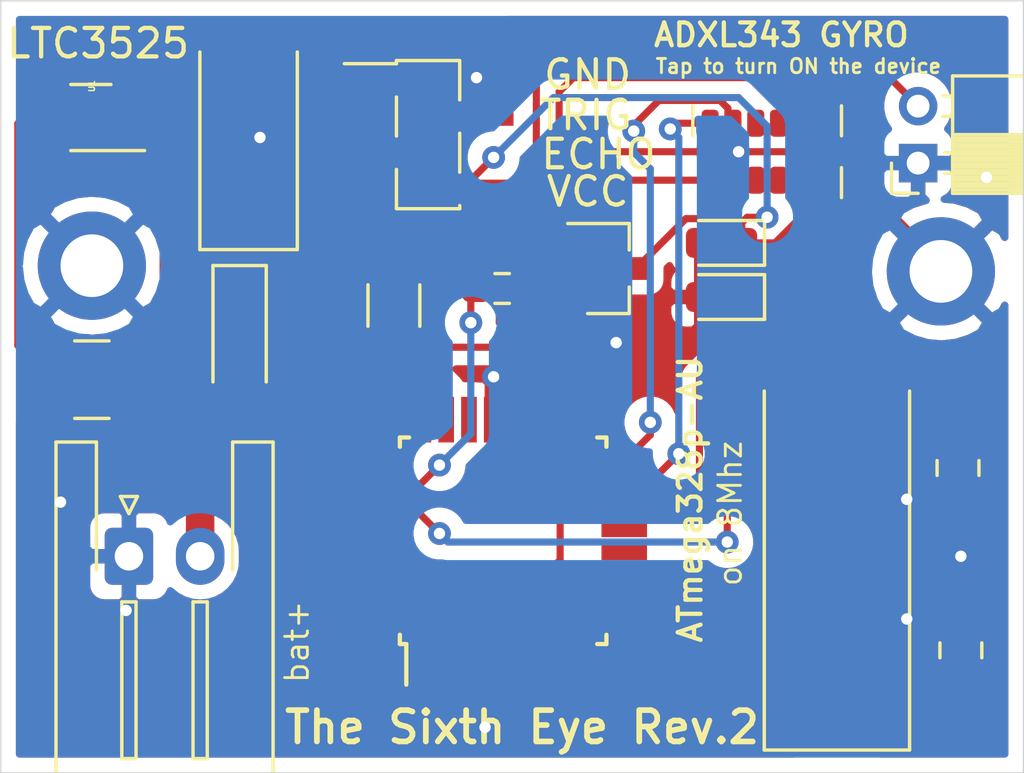
<source format=kicad_pcb>
(kicad_pcb (version 20171130) (host pcbnew 5.1.10-88a1d61d58~90~ubuntu21.04.1)

  (general
    (thickness 1.6)
    (drawings 20)
    (tracks 202)
    (zones 0)
    (modules 19)
    (nets 38)
  )

  (page USLetter)
  (title_block
    (title "The Stixth Eye")
    (date 18/09/2020)
    (rev v2)
  )

  (layers
    (0 F.Cu signal hide)
    (31 B.Cu signal hide)
    (32 B.Adhes user hide)
    (33 F.Adhes user)
    (34 B.Paste user hide)
    (35 F.Paste user hide)
    (36 B.SilkS user hide)
    (37 F.SilkS user)
    (38 B.Mask user hide)
    (39 F.Mask user hide)
    (40 Dwgs.User user hide)
    (41 Cmts.User user hide)
    (42 Eco1.User user hide)
    (43 Eco2.User user hide)
    (44 Edge.Cuts user)
    (45 Margin user hide)
    (46 B.CrtYd user hide)
    (47 F.CrtYd user)
    (48 B.Fab user)
    (49 F.Fab user hide)
  )

  (setup
    (last_trace_width 1)
    (user_trace_width 0.25)
    (user_trace_width 0.5)
    (user_trace_width 1)
    (trace_clearance 0.2)
    (zone_clearance 0.508)
    (zone_45_only no)
    (trace_min 0.2)
    (via_size 0.8)
    (via_drill 0.4)
    (via_min_size 0.4)
    (via_min_drill 0.3)
    (uvia_size 0.3)
    (uvia_drill 0.1)
    (uvias_allowed no)
    (uvia_min_size 0.2)
    (uvia_min_drill 0.1)
    (edge_width 0.05)
    (segment_width 0.2)
    (pcb_text_width 0.3)
    (pcb_text_size 1.5 1.5)
    (mod_edge_width 0.12)
    (mod_text_size 1 1)
    (mod_text_width 0.15)
    (pad_size 1.524 1.524)
    (pad_drill 0.762)
    (pad_to_mask_clearance 0)
    (aux_axis_origin 0 0)
    (visible_elements FFFFFF7F)
    (pcbplotparams
      (layerselection 0x210fc_ffffffff)
      (usegerberextensions false)
      (usegerberattributes true)
      (usegerberadvancedattributes true)
      (creategerberjobfile true)
      (excludeedgelayer true)
      (linewidth 0.100000)
      (plotframeref false)
      (viasonmask false)
      (mode 1)
      (useauxorigin false)
      (hpglpennumber 1)
      (hpglpenspeed 20)
      (hpglpendiameter 15.000000)
      (psnegative false)
      (psa4output false)
      (plotreference false)
      (plotvalue false)
      (plotinvisibletext false)
      (padsonsilk false)
      (subtractmaskfromsilk false)
      (outputformat 1)
      (mirror false)
      (drillshape 0)
      (scaleselection 1)
      (outputdirectory "../gerbers/drill files/"))
  )

  (net 0 "")
  (net 1 3.3v)
  (net 2 GND)
  (net 3 "Net-(R1-Pad1)")
  (net 4 Echo)
  (net 5 Trig)
  (net 6 Out)
  (net 7 Vin)
  (net 8 "Net-(L1-Pad2)")
  (net 9 XTAL1)
  (net 10 XTAL2)
  (net 11 "Net-(Q1-Pad2)")
  (net 12 "Net-(Q1-Pad1)")
  (net 13 VDD_IO)
  (net 14 ~CS)
  (net 15 MOSI)
  (net 16 MISO)
  (net 17 SCK)
  (net 18 INT1)
  (net 19 "Net-(U3-Pad3)")
  (net 20 "Net-(U3-Pad9)")
  (net 21 "Net-(U3-Pad10)")
  (net 22 "Net-(U3-Pad11)")
  (net 23 "Net-(U2-Pad1)")
  (net 24 "Net-(U2-Pad2)")
  (net 25 "Net-(U2-Pad9)")
  (net 26 "Net-(U2-Pad10)")
  (net 27 "Net-(U2-Pad11)")
  (net 28 "Net-(U2-Pad12)")
  (net 29 "Net-(U2-Pad13)")
  (net 30 "Net-(U2-Pad19)")
  (net 31 "Net-(U2-Pad20)")
  (net 32 "Net-(U2-Pad22)")
  (net 33 "Net-(U2-Pad28)")
  (net 34 "Net-(U2-Pad29)")
  (net 35 "Net-(U2-Pad30)")
  (net 36 "Net-(U2-Pad31)")
  (net 37 "Net-(U2-Pad32)")

  (net_class Default "This is the default net class."
    (clearance 0.2)
    (trace_width 0.25)
    (via_dia 0.8)
    (via_drill 0.4)
    (uvia_dia 0.3)
    (uvia_drill 0.1)
    (add_net 3.3v)
    (add_net Echo)
    (add_net GND)
    (add_net INT1)
    (add_net MISO)
    (add_net MOSI)
    (add_net "Net-(L1-Pad2)")
    (add_net "Net-(Q1-Pad1)")
    (add_net "Net-(Q1-Pad2)")
    (add_net "Net-(R1-Pad1)")
    (add_net "Net-(U2-Pad1)")
    (add_net "Net-(U2-Pad10)")
    (add_net "Net-(U2-Pad11)")
    (add_net "Net-(U2-Pad12)")
    (add_net "Net-(U2-Pad13)")
    (add_net "Net-(U2-Pad19)")
    (add_net "Net-(U2-Pad2)")
    (add_net "Net-(U2-Pad20)")
    (add_net "Net-(U2-Pad22)")
    (add_net "Net-(U2-Pad28)")
    (add_net "Net-(U2-Pad29)")
    (add_net "Net-(U2-Pad30)")
    (add_net "Net-(U2-Pad31)")
    (add_net "Net-(U2-Pad32)")
    (add_net "Net-(U2-Pad9)")
    (add_net "Net-(U3-Pad10)")
    (add_net "Net-(U3-Pad11)")
    (add_net "Net-(U3-Pad3)")
    (add_net "Net-(U3-Pad9)")
    (add_net Out)
    (add_net SCK)
    (add_net Trig)
    (add_net VDD_IO)
    (add_net Vin)
    (add_net XTAL1)
    (add_net XTAL2)
    (add_net ~CS)
  )

  (module Crystal:Crystal_SMD_HC49-SD (layer F.Cu) (tedit 5A1AD52C) (tstamp 61097229)
    (at 156.55 95.8 90)
    (descr "SMD Crystal HC-49-SD http://cdn-reichelt.de/documents/datenblatt/B400/xxx-HC49-SMD.pdf, 11.4x4.7mm^2 package")
    (tags "SMD SMT crystal")
    (path /61052EEB)
    (attr smd)
    (fp_text reference Y1 (at 0 -3.55 90) (layer F.Fab)
      (effects (font (size 1 1) (thickness 0.15)))
    )
    (fp_text value 8Mhz (at 0 3.55 90) (layer F.Fab)
      (effects (font (size 1 1) (thickness 0.15)))
    )
    (fp_line (start -5.7 -2.35) (end -5.7 2.35) (layer F.Fab) (width 0.1))
    (fp_line (start -5.7 2.35) (end 5.7 2.35) (layer F.Fab) (width 0.1))
    (fp_line (start 5.7 2.35) (end 5.7 -2.35) (layer F.Fab) (width 0.1))
    (fp_line (start 5.7 -2.35) (end -5.7 -2.35) (layer F.Fab) (width 0.1))
    (fp_line (start -3.015 -2.115) (end 3.015 -2.115) (layer F.Fab) (width 0.1))
    (fp_line (start -3.015 2.115) (end 3.015 2.115) (layer F.Fab) (width 0.1))
    (fp_line (start 5.9 -2.55) (end -6.7 -2.55) (layer F.SilkS) (width 0.12))
    (fp_line (start -6.7 -2.55) (end -6.7 2.55) (layer F.SilkS) (width 0.12))
    (fp_line (start -6.7 2.55) (end 5.9 2.55) (layer F.SilkS) (width 0.12))
    (fp_line (start -6.8 -2.6) (end -6.8 2.6) (layer F.CrtYd) (width 0.05))
    (fp_line (start -6.8 2.6) (end 6.8 2.6) (layer F.CrtYd) (width 0.05))
    (fp_line (start 6.8 2.6) (end 6.8 -2.6) (layer F.CrtYd) (width 0.05))
    (fp_line (start 6.8 -2.6) (end -6.8 -2.6) (layer F.CrtYd) (width 0.05))
    (fp_text user %R (at 0 0 90) (layer F.Fab)
      (effects (font (size 1 1) (thickness 0.15)))
    )
    (fp_arc (start -3.015 0) (end -3.015 -2.115) (angle -180) (layer F.Fab) (width 0.1))
    (fp_arc (start 3.015 0) (end 3.015 -2.115) (angle 180) (layer F.Fab) (width 0.1))
    (pad 1 smd rect (at -4.25 0 90) (size 4.5 2) (layers F.Cu F.Paste F.Mask)
      (net 9 XTAL1))
    (pad 2 smd rect (at 4.25 0 90) (size 4.5 2) (layers F.Cu F.Paste F.Mask)
      (net 10 XTAL2))
    (model ${KISYS3DMOD}/Crystal.3dshapes/Crystal_SMD_HC49-SD.wrl
      (at (xyz 0 0 0))
      (scale (xyz 1 1 1))
      (rotate (xyz 0 0 0))
    )
  )

  (module Package_QFP:TQFP-32_7x7mm_P0.8mm (layer F.Cu) (tedit 5A02F146) (tstamp 61020C85)
    (at 144.835 95.155 90)
    (descr "32-Lead Plastic Thin Quad Flatpack (PT) - 7x7x1.0 mm Body, 2.00 mm [TQFP] (see Microchip Packaging Specification 00000049BS.pdf)")
    (tags "QFP 0.8")
    (path /61018B4F)
    (attr smd)
    (fp_text reference U2 (at 0.005 -0.055 90) (layer F.Fab)
      (effects (font (size 1 1) (thickness 0.15)))
    )
    (fp_text value ATmega328-AU (at 0 6.05 90) (layer F.Fab)
      (effects (font (size 1 1) (thickness 0.15)))
    )
    (fp_line (start -3.625 -3.4) (end -5.05 -3.4) (layer F.SilkS) (width 0.15))
    (fp_line (start 3.625 -3.625) (end 3.3 -3.625) (layer F.SilkS) (width 0.15))
    (fp_line (start 3.625 3.625) (end 3.3 3.625) (layer F.SilkS) (width 0.15))
    (fp_line (start -3.625 3.625) (end -3.3 3.625) (layer F.SilkS) (width 0.15))
    (fp_line (start -3.625 -3.625) (end -3.3 -3.625) (layer F.SilkS) (width 0.15))
    (fp_line (start -3.625 3.625) (end -3.625 3.3) (layer F.SilkS) (width 0.15))
    (fp_line (start 3.625 3.625) (end 3.625 3.3) (layer F.SilkS) (width 0.15))
    (fp_line (start 3.625 -3.625) (end 3.625 -3.3) (layer F.SilkS) (width 0.15))
    (fp_line (start -3.625 -3.625) (end -3.625 -3.4) (layer F.SilkS) (width 0.15))
    (fp_line (start -5.3 5.3) (end 5.3 5.3) (layer F.CrtYd) (width 0.05))
    (fp_line (start -5.3 -5.3) (end 5.3 -5.3) (layer F.CrtYd) (width 0.05))
    (fp_line (start 5.3 -5.3) (end 5.3 5.3) (layer F.CrtYd) (width 0.05))
    (fp_line (start -5.3 -5.3) (end -5.3 5.3) (layer F.CrtYd) (width 0.05))
    (fp_line (start -3.5 -2.5) (end -2.5 -3.5) (layer F.Fab) (width 0.15))
    (fp_line (start -3.5 3.5) (end -3.5 -2.5) (layer F.Fab) (width 0.15))
    (fp_line (start 3.5 3.5) (end -3.5 3.5) (layer F.Fab) (width 0.15))
    (fp_line (start 3.5 -3.5) (end 3.5 3.5) (layer F.Fab) (width 0.15))
    (fp_line (start -2.5 -3.5) (end 3.5 -3.5) (layer F.Fab) (width 0.15))
    (fp_text user %R (at 0 0 90) (layer F.Fab)
      (effects (font (size 1 1) (thickness 0.15)))
    )
    (pad 1 smd rect (at -4.25 -2.8 90) (size 1.6 0.55) (layers F.Cu F.Paste F.Mask)
      (net 23 "Net-(U2-Pad1)"))
    (pad 2 smd rect (at -4.25 -2 90) (size 1.6 0.55) (layers F.Cu F.Paste F.Mask)
      (net 24 "Net-(U2-Pad2)"))
    (pad 3 smd rect (at -4.25 -1.2 90) (size 1.6 0.55) (layers F.Cu F.Paste F.Mask)
      (net 2 GND))
    (pad 4 smd rect (at -4.25 -0.4 90) (size 1.6 0.55) (layers F.Cu F.Paste F.Mask)
      (net 3 "Net-(R1-Pad1)"))
    (pad 5 smd rect (at -4.25 0.4 90) (size 1.6 0.55) (layers F.Cu F.Paste F.Mask)
      (net 2 GND))
    (pad 6 smd rect (at -4.25 1.2 90) (size 1.6 0.55) (layers F.Cu F.Paste F.Mask)
      (net 3 "Net-(R1-Pad1)"))
    (pad 7 smd rect (at -4.25 2 90) (size 1.6 0.55) (layers F.Cu F.Paste F.Mask)
      (net 9 XTAL1))
    (pad 8 smd rect (at -4.25 2.8 90) (size 1.6 0.55) (layers F.Cu F.Paste F.Mask)
      (net 10 XTAL2))
    (pad 9 smd rect (at -2.8 4.25 180) (size 1.6 0.55) (layers F.Cu F.Paste F.Mask)
      (net 25 "Net-(U2-Pad9)"))
    (pad 10 smd rect (at -2 4.25 180) (size 1.6 0.55) (layers F.Cu F.Paste F.Mask)
      (net 26 "Net-(U2-Pad10)"))
    (pad 11 smd rect (at -1.2 4.25 180) (size 1.6 0.55) (layers F.Cu F.Paste F.Mask)
      (net 27 "Net-(U2-Pad11)"))
    (pad 12 smd rect (at -0.4 4.25 180) (size 1.6 0.55) (layers F.Cu F.Paste F.Mask)
      (net 28 "Net-(U2-Pad12)"))
    (pad 13 smd rect (at 0.4 4.25 180) (size 1.6 0.55) (layers F.Cu F.Paste F.Mask)
      (net 29 "Net-(U2-Pad13)"))
    (pad 14 smd rect (at 1.2 4.25 180) (size 1.6 0.55) (layers F.Cu F.Paste F.Mask)
      (net 14 ~CS))
    (pad 15 smd rect (at 2 4.25 180) (size 1.6 0.55) (layers F.Cu F.Paste F.Mask)
      (net 15 MOSI))
    (pad 16 smd rect (at 2.8 4.25 180) (size 1.6 0.55) (layers F.Cu F.Paste F.Mask)
      (net 16 MISO))
    (pad 17 smd rect (at 4.25 2.8 90) (size 1.6 0.55) (layers F.Cu F.Paste F.Mask)
      (net 17 SCK))
    (pad 18 smd rect (at 4.25 2 90) (size 1.6 0.55) (layers F.Cu F.Paste F.Mask)
      (net 3 "Net-(R1-Pad1)"))
    (pad 19 smd rect (at 4.25 1.2 90) (size 1.6 0.55) (layers F.Cu F.Paste F.Mask)
      (net 30 "Net-(U2-Pad19)"))
    (pad 20 smd rect (at 4.25 0.4 90) (size 1.6 0.55) (layers F.Cu F.Paste F.Mask)
      (net 31 "Net-(U2-Pad20)"))
    (pad 21 smd rect (at 4.25 -0.4 90) (size 1.6 0.55) (layers F.Cu F.Paste F.Mask)
      (net 2 GND))
    (pad 22 smd rect (at 4.25 -1.2 90) (size 1.6 0.55) (layers F.Cu F.Paste F.Mask)
      (net 32 "Net-(U2-Pad22)"))
    (pad 23 smd rect (at 4.25 -2 90) (size 1.6 0.55) (layers F.Cu F.Paste F.Mask)
      (net 6 Out))
    (pad 24 smd rect (at 4.25 -2.8 90) (size 1.6 0.55) (layers F.Cu F.Paste F.Mask)
      (net 4 Echo))
    (pad 25 smd rect (at 2.8 -4.25 180) (size 1.6 0.55) (layers F.Cu F.Paste F.Mask)
      (net 5 Trig))
    (pad 26 smd rect (at 2 -4.25 180) (size 1.6 0.55) (layers F.Cu F.Paste F.Mask)
      (net 13 VDD_IO))
    (pad 27 smd rect (at 1.2 -4.25 180) (size 1.6 0.55) (layers F.Cu F.Paste F.Mask)
      (net 18 INT1))
    (pad 28 smd rect (at 0.4 -4.25 180) (size 1.6 0.55) (layers F.Cu F.Paste F.Mask)
      (net 33 "Net-(U2-Pad28)"))
    (pad 29 smd rect (at -0.4 -4.25 180) (size 1.6 0.55) (layers F.Cu F.Paste F.Mask)
      (net 34 "Net-(U2-Pad29)"))
    (pad 30 smd rect (at -1.2 -4.25 180) (size 1.6 0.55) (layers F.Cu F.Paste F.Mask)
      (net 35 "Net-(U2-Pad30)"))
    (pad 31 smd rect (at -2 -4.25 180) (size 1.6 0.55) (layers F.Cu F.Paste F.Mask)
      (net 36 "Net-(U2-Pad31)"))
    (pad 32 smd rect (at -2.8 -4.25 180) (size 1.6 0.55) (layers F.Cu F.Paste F.Mask)
      (net 37 "Net-(U2-Pad32)"))
    (model ${KISYS3DMOD}/Package_QFP.3dshapes/TQFP-32_7x7mm_P0.8mm.wrl
      (at (xyz 0 0 0))
      (scale (xyz 1 1 1))
      (rotate (xyz 0 0 0))
    )
  )

  (module Connector_PinSocket_2.00mm:PinSocket_1x02_P2.00mm_Horizontal (layer F.Cu) (tedit 5A19A426) (tstamp 6102A40A)
    (at 159.4 81.9 180)
    (descr "Through hole angled socket strip, 1x02, 2.00mm pitch, 6.35mm socket length, single row (from Kicad 4.0.7), script generated")
    (tags "Through hole angled socket strip THT 1x02 2.00mm single row")
    (path /6111A7C5)
    (fp_text reference J1 (at -4.49 0.96) (layer F.Fab)
      (effects (font (size 1 1) (thickness 0.15)))
    )
    (fp_text value "Vibration out " (at -3.15 -2.2) (layer F.Fab)
      (effects (font (size 1 1) (thickness 0.15)))
    )
    (fp_text user %R (at -4.53 0.86) (layer F.Fab)
      (effects (font (size 1 1) (thickness 0.15)))
    )
    (fp_line (start -7.62 -1) (end -1.97 -1) (layer F.Fab) (width 0.1))
    (fp_line (start -1.97 -1) (end -1.27 -0.3) (layer F.Fab) (width 0.1))
    (fp_line (start -1.27 -0.3) (end -1.27 3) (layer F.Fab) (width 0.1))
    (fp_line (start -1.27 3) (end -7.62 3) (layer F.Fab) (width 0.1))
    (fp_line (start -7.62 3) (end -7.62 -1) (layer F.Fab) (width 0.1))
    (fp_line (start 0 -0.3) (end -1.27 -0.3) (layer F.Fab) (width 0.1))
    (fp_line (start -1.27 0.3) (end 0 0.3) (layer F.Fab) (width 0.1))
    (fp_line (start 0 0.3) (end 0 -0.3) (layer F.Fab) (width 0.1))
    (fp_line (start 0 1.7) (end -1.27 1.7) (layer F.Fab) (width 0.1))
    (fp_line (start -1.27 2.3) (end 0 2.3) (layer F.Fab) (width 0.1))
    (fp_line (start 0 2.3) (end 0 1.7) (layer F.Fab) (width 0.1))
    (fp_line (start -7.68 -0.94) (end -1.21 -0.94) (layer F.SilkS) (width 0.12))
    (fp_line (start -7.68 -0.825882) (end -1.21 -0.825882) (layer F.SilkS) (width 0.12))
    (fp_line (start -7.68 -0.711764) (end -1.21 -0.711764) (layer F.SilkS) (width 0.12))
    (fp_line (start -7.68 -0.597646) (end -1.21 -0.597646) (layer F.SilkS) (width 0.12))
    (fp_line (start -7.68 -0.483528) (end -1.21 -0.483528) (layer F.SilkS) (width 0.12))
    (fp_line (start -7.68 -0.36941) (end -1.21 -0.36941) (layer F.SilkS) (width 0.12))
    (fp_line (start -7.68 -0.255292) (end -1.21 -0.255292) (layer F.SilkS) (width 0.12))
    (fp_line (start -7.68 -0.141174) (end -1.21 -0.141174) (layer F.SilkS) (width 0.12))
    (fp_line (start -7.68 -0.027056) (end -1.21 -0.027056) (layer F.SilkS) (width 0.12))
    (fp_line (start -7.68 0.087062) (end -1.21 0.087062) (layer F.SilkS) (width 0.12))
    (fp_line (start -7.68 0.20118) (end -1.21 0.20118) (layer F.SilkS) (width 0.12))
    (fp_line (start -7.68 0.315298) (end -1.21 0.315298) (layer F.SilkS) (width 0.12))
    (fp_line (start -7.68 0.429416) (end -1.21 0.429416) (layer F.SilkS) (width 0.12))
    (fp_line (start -7.68 0.543534) (end -1.21 0.543534) (layer F.SilkS) (width 0.12))
    (fp_line (start -7.68 0.657652) (end -1.21 0.657652) (layer F.SilkS) (width 0.12))
    (fp_line (start -7.68 0.77177) (end -1.21 0.77177) (layer F.SilkS) (width 0.12))
    (fp_line (start -7.68 0.885888) (end -1.21 0.885888) (layer F.SilkS) (width 0.12))
    (fp_line (start -1.21 -0.36) (end -0.935 -0.36) (layer F.SilkS) (width 0.12))
    (fp_line (start -1.21 0.36) (end -0.935 0.36) (layer F.SilkS) (width 0.12))
    (fp_line (start -1.21 1.64) (end -0.862917 1.64) (layer F.SilkS) (width 0.12))
    (fp_line (start -1.21 2.36) (end -0.862917 2.36) (layer F.SilkS) (width 0.12))
    (fp_line (start -7.68 1) (end -1.21 1) (layer F.SilkS) (width 0.12))
    (fp_line (start -7.68 -1.06) (end -1.21 -1.06) (layer F.SilkS) (width 0.12))
    (fp_line (start -1.21 -1.06) (end -1.21 3.06) (layer F.SilkS) (width 0.12))
    (fp_line (start -7.68 3.06) (end -1.21 3.06) (layer F.SilkS) (width 0.12))
    (fp_line (start -7.68 -1.06) (end -7.68 3.06) (layer F.SilkS) (width 0.12))
    (fp_line (start 0.935 -1.06) (end 0.935 0) (layer F.SilkS) (width 0.12))
    (fp_line (start 0 -1.06) (end 0.935 -1.06) (layer F.SilkS) (width 0.12))
    (fp_line (start 1.5 -1.5) (end -8.15 -1.5) (layer F.CrtYd) (width 0.05))
    (fp_line (start -8.15 -1.5) (end -8.15 3.5) (layer F.CrtYd) (width 0.05))
    (fp_line (start -8.15 3.5) (end 1.5 3.5) (layer F.CrtYd) (width 0.05))
    (fp_line (start 1.5 3.5) (end 1.5 -1.5) (layer F.CrtYd) (width 0.05))
    (pad 2 thru_hole oval (at 0 2 180) (size 1.35 1.35) (drill 0.8) (layers *.Cu *.Mask)
      (net 6 Out))
    (pad 1 thru_hole rect (at 0 0 180) (size 1.35 1.35) (drill 0.8) (layers *.Cu *.Mask)
      (net 2 GND))
    (model ${KISYS3DMOD}/Connector_PinSocket_2.00mm.3dshapes/PinSocket_1x02_P2.00mm_Horizontal.wrl
      (at (xyz 0 0 0))
      (scale (xyz 1 1 1))
      (rotate (xyz 0 0 0))
    )
  )

  (module Package_TO_SOT_SMD:SC-70-8_Handsoldering (layer F.Cu) (tedit 5A02FF57) (tstamp 61029BC2)
    (at 130.4 80.3 180)
    (descr "SC70-8, Handsoldering")
    (tags "SC70-8 Handsoldering")
    (path /61029ADF)
    (attr smd)
    (fp_text reference U1 (at 0 1.1 270) (layer F.SilkS)
      (effects (font (size 0.2 0.2) (thickness 0.05)))
    )
    (fp_text value LTC3525ISC6-5 (at -0.25 -2.275 180) (layer F.Fab)
      (effects (font (size 1 1) (thickness 0.15)))
    )
    (fp_line (start 2.2 1.3) (end -2.2 1.3) (layer F.CrtYd) (width 0.05))
    (fp_line (start 2.2 -1.3) (end 2.2 1.3) (layer F.CrtYd) (width 0.05))
    (fp_line (start -2.2 -1.3) (end 2.2 -1.3) (layer F.CrtYd) (width 0.05))
    (fp_line (start -2.2 1.3) (end -2.2 -1.3) (layer F.CrtYd) (width 0.05))
    (fp_line (start 0.74 -1.16) (end -1.85 -1.16) (layer F.SilkS) (width 0.12))
    (fp_line (start -0.67 1.16) (end 0.74 1.16) (layer F.SilkS) (width 0.12))
    (fp_line (start 0.68 -1.1) (end -0.17 -1.1) (layer F.Fab) (width 0.1))
    (fp_line (start -0.67 -0.6) (end -0.67 1.1) (layer F.Fab) (width 0.1))
    (fp_line (start 0.68 -1.1) (end 0.68 1.1) (layer F.Fab) (width 0.1))
    (fp_line (start 0.68 1.1) (end -0.67 1.1) (layer F.Fab) (width 0.1))
    (fp_line (start -0.17 -1.1) (end -0.67 -0.6) (layer F.Fab) (width 0.1))
    (fp_text user %R (at 2.9 -0.275 90) (layer F.Fab)
      (effects (font (size 0.5 0.5) (thickness 0.075)))
    )
    (pad 1 smd rect (at -1.15 -0.75 90) (size 0.3 1.5) (layers F.Cu F.Paste F.Mask)
      (net 7 Vin))
    (pad 2 smd rect (at -1.15 -0.25 90) (size 0.3 1.5) (layers F.Cu F.Paste F.Mask)
      (net 2 GND))
    (pad 3 smd rect (at -1.15 0.25 90) (size 0.3 1.5) (layers F.Cu F.Paste F.Mask)
      (net 7 Vin))
    (pad 4 smd rect (at -1.15 0.75 90) (size 0.3 1.5) (layers F.Cu F.Paste F.Mask)
      (net 1 3.3v))
    (pad 5 smd rect (at 1.15 0.75 90) (size 0.3 1.5) (layers F.Cu F.Paste F.Mask)
      (net 2 GND))
    (pad 6 smd rect (at 1.15 0.25 90) (size 0.3 1.5) (layers F.Cu F.Paste F.Mask)
      (net 8 "Net-(L1-Pad2)"))
    (pad 7 smd rect (at 1.15 -0.25 90) (size 0.3 1.5) (layers F.Cu F.Paste F.Mask))
    (pad 8 smd rect (at 1.15 -0.75 90) (size 0.3 1.5) (layers F.Cu F.Paste F.Mask))
    (model ${KISYS3DMOD}/Package_TO_SOT_SMD.3dshapes/SC-70-8.wrl
      (at (xyz 0 0 0))
      (scale (xyz 1 1 1))
      (rotate (xyz 0 0 0))
    )
  )

  (module Resistor_SMD:R_1206_3216Metric (layer F.Cu) (tedit 5F68FEEE) (tstamp 61026050)
    (at 141 86.9 90)
    (descr "Resistor SMD 1206 (3216 Metric), square (rectangular) end terminal, IPC_7351 nominal, (Body size source: IPC-SM-782 page 72, https://www.pcb-3d.com/wordpress/wp-content/uploads/ipc-sm-782a_amendment_1_and_2.pdf), generated with kicad-footprint-generator")
    (tags resistor)
    (path /6107BDF4)
    (attr smd)
    (fp_text reference R1 (at 0.055 0.125 180) (layer F.Fab)
      (effects (font (size 1 1) (thickness 0.15)))
    )
    (fp_text value 1k (at -0.05 -1.775 90) (layer F.Fab)
      (effects (font (size 1 1) (thickness 0.15)))
    )
    (fp_line (start 2.28 1.12) (end -2.28 1.12) (layer F.CrtYd) (width 0.05))
    (fp_line (start 2.28 -1.12) (end 2.28 1.12) (layer F.CrtYd) (width 0.05))
    (fp_line (start -2.28 -1.12) (end 2.28 -1.12) (layer F.CrtYd) (width 0.05))
    (fp_line (start -2.28 1.12) (end -2.28 -1.12) (layer F.CrtYd) (width 0.05))
    (fp_line (start -0.727064 0.91) (end 0.727064 0.91) (layer F.SilkS) (width 0.12))
    (fp_line (start -0.727064 -0.91) (end 0.727064 -0.91) (layer F.SilkS) (width 0.12))
    (fp_line (start 1.6 0.8) (end -1.6 0.8) (layer F.Fab) (width 0.1))
    (fp_line (start 1.6 -0.8) (end 1.6 0.8) (layer F.Fab) (width 0.1))
    (fp_line (start -1.6 -0.8) (end 1.6 -0.8) (layer F.Fab) (width 0.1))
    (fp_line (start -1.6 0.8) (end -1.6 -0.8) (layer F.Fab) (width 0.1))
    (fp_text user %R (at 0.015 0.015 180) (layer F.Fab)
      (effects (font (size 0.8 0.8) (thickness 0.12)))
    )
    (pad 1 smd roundrect (at -1.4625 0 90) (size 1.125 1.75) (layers F.Cu F.Paste F.Mask) (roundrect_rratio 0.2222195555555556)
      (net 3 "Net-(R1-Pad1)"))
    (pad 2 smd roundrect (at 1.4625 0 90) (size 1.125 1.75) (layers F.Cu F.Paste F.Mask) (roundrect_rratio 0.2222195555555556)
      (net 1 3.3v))
    (model ${KISYS3DMOD}/Resistor_SMD.3dshapes/R_1206_3216Metric.wrl
      (at (xyz 0 0 0))
      (scale (xyz 1 1 1))
      (rotate (xyz 0 0 0))
    )
  )

  (module Capacitor_Tantalum_SMD:CP_EIA-3216-18_Kemet-A_Pad1.58x1.35mm_HandSolder (layer F.Cu) (tedit 5EBA9318) (tstamp 61027030)
    (at 135.585 87.98 270)
    (descr "Tantalum Capacitor SMD Kemet-A (3216-18 Metric), IPC_7351 nominal, (Body size from: http://www.kemet.com/Lists/ProductCatalog/Attachments/253/KEM_TC101_STD.pdf), generated with kicad-footprint-generator")
    (tags "capacitor tantalum")
    (path /61027CBA)
    (attr smd)
    (fp_text reference C1 (at -0.09 0.005 180) (layer F.Fab)
      (effects (font (size 1 1) (thickness 0.15)))
    )
    (fp_text value 1uF (at -0.15 1.7 270) (layer F.Fab)
      (effects (font (size 1 1) (thickness 0.15)))
    )
    (fp_line (start 2.48 1.05) (end -2.48 1.05) (layer F.CrtYd) (width 0.05))
    (fp_line (start 2.48 -1.05) (end 2.48 1.05) (layer F.CrtYd) (width 0.05))
    (fp_line (start -2.48 -1.05) (end 2.48 -1.05) (layer F.CrtYd) (width 0.05))
    (fp_line (start -2.48 1.05) (end -2.48 -1.05) (layer F.CrtYd) (width 0.05))
    (fp_line (start -2.485 0.935) (end 1.6 0.935) (layer F.SilkS) (width 0.12))
    (fp_line (start -2.485 -0.935) (end -2.485 0.935) (layer F.SilkS) (width 0.12))
    (fp_line (start 1.6 -0.935) (end -2.485 -0.935) (layer F.SilkS) (width 0.12))
    (fp_line (start 1.6 0.8) (end 1.6 -0.8) (layer F.Fab) (width 0.1))
    (fp_line (start -1.6 0.8) (end 1.6 0.8) (layer F.Fab) (width 0.1))
    (fp_line (start -1.6 -0.4) (end -1.6 0.8) (layer F.Fab) (width 0.1))
    (fp_line (start -1.2 -0.8) (end -1.6 -0.4) (layer F.Fab) (width 0.1))
    (fp_line (start 1.6 -0.8) (end -1.2 -0.8) (layer F.Fab) (width 0.1))
    (fp_text user %R (at -0.05 0.005 180) (layer F.Fab)
      (effects (font (size 0.8 0.8) (thickness 0.12)))
    )
    (pad 1 smd roundrect (at -1.4375 0 270) (size 1.575 1.35) (layers F.Cu F.Paste F.Mask) (roundrect_rratio 0.1851844444444445)
      (net 2 GND))
    (pad 2 smd roundrect (at 1.4375 0 270) (size 1.575 1.35) (layers F.Cu F.Paste F.Mask) (roundrect_rratio 0.1851844444444445)
      (net 7 Vin))
    (model ${KISYS3DMOD}/Capacitor_Tantalum_SMD.3dshapes/CP_EIA-3216-18_Kemet-A.wrl
      (at (xyz 0 0 0))
      (scale (xyz 1 1 1))
      (rotate (xyz 0 0 0))
    )
  )

  (module Capacitor_Tantalum_SMD:CP_EIA-6032-20_AVX-F_Pad2.25x2.35mm_HandSolder (layer F.Cu) (tedit 5EBA9318) (tstamp 6109557D)
    (at 135.9 81 90)
    (descr "Tantalum Capacitor SMD AVX-F (6032-20 Metric), IPC_7351 nominal, (Body size from: http://www.kemet.com/Lists/ProductCatalog/Attachments/253/KEM_TC101_STD.pdf), generated with kicad-footprint-generator")
    (tags "capacitor tantalum")
    (path /6102C761)
    (attr smd)
    (fp_text reference C2 (at -0.065 0.12 180) (layer F.Fab)
      (effects (font (size 1 1) (thickness 0.15)))
    )
    (fp_text value 10uF (at -0.125 -2.45 90) (layer F.Fab)
      (effects (font (size 1 1) (thickness 0.15)))
    )
    (fp_line (start 3.92 1.85) (end -3.92 1.85) (layer F.CrtYd) (width 0.05))
    (fp_line (start 3.92 -1.85) (end 3.92 1.85) (layer F.CrtYd) (width 0.05))
    (fp_line (start -3.92 -1.85) (end 3.92 -1.85) (layer F.CrtYd) (width 0.05))
    (fp_line (start -3.92 1.85) (end -3.92 -1.85) (layer F.CrtYd) (width 0.05))
    (fp_line (start -3.935 1.71) (end 3 1.71) (layer F.SilkS) (width 0.12))
    (fp_line (start -3.935 -1.71) (end -3.935 1.71) (layer F.SilkS) (width 0.12))
    (fp_line (start 3 -1.71) (end -3.935 -1.71) (layer F.SilkS) (width 0.12))
    (fp_line (start 3 1.6) (end 3 -1.6) (layer F.Fab) (width 0.1))
    (fp_line (start -3 1.6) (end 3 1.6) (layer F.Fab) (width 0.1))
    (fp_line (start -3 -0.8) (end -3 1.6) (layer F.Fab) (width 0.1))
    (fp_line (start -2.2 -1.6) (end -3 -0.8) (layer F.Fab) (width 0.1))
    (fp_line (start 3 -1.6) (end -2.2 -1.6) (layer F.Fab) (width 0.1))
    (fp_text user %R (at -0.065 0.16 180) (layer F.Fab)
      (effects (font (size 1 1) (thickness 0.15)))
    )
    (pad 1 smd roundrect (at -2.55 0 90) (size 2.25 2.35) (layers F.Cu F.Paste F.Mask) (roundrect_rratio 0.1111106666666667)
      (net 2 GND))
    (pad 2 smd roundrect (at 2.55 0 90) (size 2.25 2.35) (layers F.Cu F.Paste F.Mask) (roundrect_rratio 0.1111106666666667)
      (net 1 3.3v))
    (model ${KISYS3DMOD}/Capacitor_Tantalum_SMD.3dshapes/CP_EIA-6032-20_AVX-F.wrl
      (at (xyz 0 0 0))
      (scale (xyz 1 1 1))
      (rotate (xyz 0 0 0))
    )
  )

  (module Inductor_SMD:L_1210_3225Metric (layer F.Cu) (tedit 5F68FEF0) (tstamp 6109AE70)
    (at 130.4 89.5 180)
    (descr "Inductor SMD 1210 (3225 Metric), square (rectangular) end terminal, IPC_7351 nominal, (Body size source: http://www.tortai-tech.com/upload/download/2011102023233369053.pdf), generated with kicad-footprint-generator")
    (tags inductor)
    (path /61026AED)
    (attr smd)
    (fp_text reference L1 (at -0.005 0.025 270) (layer F.Fab)
      (effects (font (size 1 1) (thickness 0.15)))
    )
    (fp_text value 6.8mH (at -2.875 -0.05 270) (layer F.Fab)
      (effects (font (size 1 1) (thickness 0.15)))
    )
    (fp_line (start 2.28 1.58) (end -2.28 1.58) (layer F.CrtYd) (width 0.05))
    (fp_line (start 2.28 -1.58) (end 2.28 1.58) (layer F.CrtYd) (width 0.05))
    (fp_line (start -2.28 -1.58) (end 2.28 -1.58) (layer F.CrtYd) (width 0.05))
    (fp_line (start -2.28 1.58) (end -2.28 -1.58) (layer F.CrtYd) (width 0.05))
    (fp_line (start -0.602064 1.36) (end 0.602064 1.36) (layer F.SilkS) (width 0.12))
    (fp_line (start -0.602064 -1.36) (end 0.602064 -1.36) (layer F.SilkS) (width 0.12))
    (fp_line (start 1.6 1.25) (end -1.6 1.25) (layer F.Fab) (width 0.1))
    (fp_line (start 1.6 -1.25) (end 1.6 1.25) (layer F.Fab) (width 0.1))
    (fp_line (start -1.6 -1.25) (end 1.6 -1.25) (layer F.Fab) (width 0.1))
    (fp_line (start -1.6 1.25) (end -1.6 -1.25) (layer F.Fab) (width 0.1))
    (fp_text user %R (at 0.105 -0.015 270) (layer F.Fab)
      (effects (font (size 0.8 0.8) (thickness 0.12)))
    )
    (pad 1 smd roundrect (at -1.4 0 180) (size 1.25 2.65) (layers F.Cu F.Paste F.Mask) (roundrect_rratio 0.2)
      (net 7 Vin))
    (pad 2 smd roundrect (at 1.4 0 180) (size 1.25 2.65) (layers F.Cu F.Paste F.Mask) (roundrect_rratio 0.2)
      (net 8 "Net-(L1-Pad2)"))
    (model ${KISYS3DMOD}/Inductor_SMD.3dshapes/L_1210_3225Metric.wrl
      (at (xyz 0 0 0))
      (scale (xyz 1 1 1))
      (rotate (xyz 0 0 0))
    )
  )

  (module Connector_PinHeader_1.27mm:PinHeader_1x04_P1.27mm_Vertical_SMD_Pin1Left (layer F.Cu) (tedit 59FED6E3) (tstamp 61090900)
    (at 142.2 80.9)
    (descr "surface-mounted straight pin header, 1x04, 1.27mm pitch, single row, style 1 (pin 1 left)")
    (tags "Surface mounted pin header SMD 1x04 1.27mm single row style1 pin1 left")
    (path /61088D78)
    (attr smd)
    (fp_text reference J3 (at 0.145 0.15 -90) (layer F.Fab)
      (effects (font (size 1 1) (thickness 0.15)))
    )
    (fp_text value "US Sensor conn." (at 0 3.6) (layer F.Fab)
      (effects (font (size 1 1) (thickness 0.15)))
    )
    (fp_line (start 3.5 -3.05) (end -3.5 -3.05) (layer F.CrtYd) (width 0.05))
    (fp_line (start 3.5 3.05) (end 3.5 -3.05) (layer F.CrtYd) (width 0.05))
    (fp_line (start -3.5 3.05) (end 3.5 3.05) (layer F.CrtYd) (width 0.05))
    (fp_line (start -3.5 -3.05) (end -3.5 3.05) (layer F.CrtYd) (width 0.05))
    (fp_line (start -1.11 1.22) (end -1.11 2.59) (layer F.SilkS) (width 0.12))
    (fp_line (start -1.11 -1.32) (end -1.11 0.05) (layer F.SilkS) (width 0.12))
    (fp_line (start 1.11 -0.05) (end 1.11 1.32) (layer F.SilkS) (width 0.12))
    (fp_line (start 1.11 2.49) (end 1.11 2.6) (layer F.SilkS) (width 0.12))
    (fp_line (start -1.11 -2.6) (end -1.11 -2.49) (layer F.SilkS) (width 0.12))
    (fp_line (start -1.11 -2.49) (end -2.94 -2.49) (layer F.SilkS) (width 0.12))
    (fp_line (start 1.11 -2.59) (end 1.11 -1.22) (layer F.SilkS) (width 0.12))
    (fp_line (start -1.11 2.6) (end 1.11 2.6) (layer F.SilkS) (width 0.12))
    (fp_line (start -1.11 -2.6) (end 1.11 -2.6) (layer F.SilkS) (width 0.12))
    (fp_line (start 2.5 2.105) (end 1.05 2.105) (layer F.Fab) (width 0.1))
    (fp_line (start 2.5 1.705) (end 2.5 2.105) (layer F.Fab) (width 0.1))
    (fp_line (start 1.05 1.705) (end 2.5 1.705) (layer F.Fab) (width 0.1))
    (fp_line (start 2.5 -0.435) (end 1.05 -0.435) (layer F.Fab) (width 0.1))
    (fp_line (start 2.5 -0.835) (end 2.5 -0.435) (layer F.Fab) (width 0.1))
    (fp_line (start 1.05 -0.835) (end 2.5 -0.835) (layer F.Fab) (width 0.1))
    (fp_line (start -2.5 0.835) (end -1.05 0.835) (layer F.Fab) (width 0.1))
    (fp_line (start -2.5 0.435) (end -2.5 0.835) (layer F.Fab) (width 0.1))
    (fp_line (start -1.05 0.435) (end -2.5 0.435) (layer F.Fab) (width 0.1))
    (fp_line (start -2.5 -1.705) (end -1.05 -1.705) (layer F.Fab) (width 0.1))
    (fp_line (start -2.5 -2.105) (end -2.5 -1.705) (layer F.Fab) (width 0.1))
    (fp_line (start -1.05 -2.105) (end -2.5 -2.105) (layer F.Fab) (width 0.1))
    (fp_line (start 1.05 -2.54) (end 1.05 2.54) (layer F.Fab) (width 0.1))
    (fp_line (start -1.05 -2.105) (end -0.615 -2.54) (layer F.Fab) (width 0.1))
    (fp_line (start -1.05 2.54) (end -1.05 -2.105) (layer F.Fab) (width 0.1))
    (fp_line (start -0.615 -2.54) (end 1.05 -2.54) (layer F.Fab) (width 0.1))
    (fp_line (start 1.05 2.54) (end -1.05 2.54) (layer F.Fab) (width 0.1))
    (fp_text user %R (at 0.095 0.18 180) (layer F.Fab)
      (effects (font (size 1 1) (thickness 0.15)))
    )
    (pad 1 smd rect (at -1.5 -1.905) (size 3 0.65) (layers F.Cu F.Paste F.Mask)
      (net 2 GND))
    (pad 3 smd rect (at -1.5 0.635) (size 3 0.65) (layers F.Cu F.Paste F.Mask)
      (net 4 Echo))
    (pad 2 smd rect (at 1.5 -0.635) (size 3 0.65) (layers F.Cu F.Paste F.Mask)
      (net 5 Trig))
    (pad 4 smd rect (at 1.5 1.905) (size 3 0.65) (layers F.Cu F.Paste F.Mask)
      (net 1 3.3v))
    (model ${KISYS3DMOD}/Connector_PinHeader_1.27mm.3dshapes/PinHeader_1x04_P1.27mm_Vertical_SMD_Pin1Left.wrl
      (at (xyz 0 0 0))
      (scale (xyz 1 1 1))
      (rotate (xyz 0 0 0))
    )
  )

  (module Capacitor_SMD:C_0805_2012Metric_Pad1.18x1.45mm_HandSolder (layer F.Cu) (tedit 5F68FEEF) (tstamp 61042D8C)
    (at 160.9 99 90)
    (descr "Capacitor SMD 0805 (2012 Metric), square (rectangular) end terminal, IPC_7351 nominal with elongated pad for handsoldering. (Body size source: IPC-SM-782 page 76, https://www.pcb-3d.com/wordpress/wp-content/uploads/ipc-sm-782a_amendment_1_and_2.pdf, https://docs.google.com/spreadsheets/d/1BsfQQcO9C6DZCsRaXUlFlo91Tg2WpOkGARC1WS5S8t0/edit?usp=sharing), generated with kicad-footprint-generator")
    (tags "capacitor handsolder")
    (path /61055884)
    (attr smd)
    (fp_text reference C3 (at 0 -1.68 90) (layer F.Fab)
      (effects (font (size 1 1) (thickness 0.15)))
    )
    (fp_text value 12pF (at 0 1.68 90) (layer F.Fab)
      (effects (font (size 1 1) (thickness 0.15)))
    )
    (fp_line (start -1 0.625) (end -1 -0.625) (layer F.Fab) (width 0.1))
    (fp_line (start -1 -0.625) (end 1 -0.625) (layer F.Fab) (width 0.1))
    (fp_line (start 1 -0.625) (end 1 0.625) (layer F.Fab) (width 0.1))
    (fp_line (start 1 0.625) (end -1 0.625) (layer F.Fab) (width 0.1))
    (fp_line (start -0.261252 -0.735) (end 0.261252 -0.735) (layer F.SilkS) (width 0.12))
    (fp_line (start -0.261252 0.735) (end 0.261252 0.735) (layer F.SilkS) (width 0.12))
    (fp_line (start -1.88 0.98) (end -1.88 -0.98) (layer F.CrtYd) (width 0.05))
    (fp_line (start -1.88 -0.98) (end 1.88 -0.98) (layer F.CrtYd) (width 0.05))
    (fp_line (start 1.88 -0.98) (end 1.88 0.98) (layer F.CrtYd) (width 0.05))
    (fp_line (start 1.88 0.98) (end -1.88 0.98) (layer F.CrtYd) (width 0.05))
    (fp_text user %R (at 0 0 90) (layer F.Fab)
      (effects (font (size 0.5 0.5) (thickness 0.08)))
    )
    (pad 1 smd roundrect (at -1.0375 0 90) (size 1.175 1.45) (layers F.Cu F.Paste F.Mask) (roundrect_rratio 0.2127659574468085)
      (net 9 XTAL1))
    (pad 2 smd roundrect (at 1.0375 0 90) (size 1.175 1.45) (layers F.Cu F.Paste F.Mask) (roundrect_rratio 0.2127659574468085)
      (net 2 GND))
    (model ${KISYS3DMOD}/Capacitor_SMD.3dshapes/C_0805_2012Metric.wrl
      (at (xyz 0 0 0))
      (scale (xyz 1 1 1))
      (rotate (xyz 0 0 0))
    )
  )

  (module Capacitor_SMD:C_0805_2012Metric_Pad1.18x1.45mm_HandSolder (layer F.Cu) (tedit 5F68FEEF) (tstamp 61042D5C)
    (at 160.8 92.6 270)
    (descr "Capacitor SMD 0805 (2012 Metric), square (rectangular) end terminal, IPC_7351 nominal with elongated pad for handsoldering. (Body size source: IPC-SM-782 page 76, https://www.pcb-3d.com/wordpress/wp-content/uploads/ipc-sm-782a_amendment_1_and_2.pdf, https://docs.google.com/spreadsheets/d/1BsfQQcO9C6DZCsRaXUlFlo91Tg2WpOkGARC1WS5S8t0/edit?usp=sharing), generated with kicad-footprint-generator")
    (tags "capacitor handsolder")
    (path /6105658E)
    (attr smd)
    (fp_text reference C4 (at 0 -1.68 90) (layer F.Fab)
      (effects (font (size 1 1) (thickness 0.15)))
    )
    (fp_text value 12pf (at 0 1.68 90) (layer F.Fab)
      (effects (font (size 1 1) (thickness 0.15)))
    )
    (fp_line (start 1.88 0.98) (end -1.88 0.98) (layer F.CrtYd) (width 0.05))
    (fp_line (start 1.88 -0.98) (end 1.88 0.98) (layer F.CrtYd) (width 0.05))
    (fp_line (start -1.88 -0.98) (end 1.88 -0.98) (layer F.CrtYd) (width 0.05))
    (fp_line (start -1.88 0.98) (end -1.88 -0.98) (layer F.CrtYd) (width 0.05))
    (fp_line (start -0.261252 0.735) (end 0.261252 0.735) (layer F.SilkS) (width 0.12))
    (fp_line (start -0.261252 -0.735) (end 0.261252 -0.735) (layer F.SilkS) (width 0.12))
    (fp_line (start 1 0.625) (end -1 0.625) (layer F.Fab) (width 0.1))
    (fp_line (start 1 -0.625) (end 1 0.625) (layer F.Fab) (width 0.1))
    (fp_line (start -1 -0.625) (end 1 -0.625) (layer F.Fab) (width 0.1))
    (fp_line (start -1 0.625) (end -1 -0.625) (layer F.Fab) (width 0.1))
    (fp_text user %R (at 0 0 90) (layer F.Fab)
      (effects (font (size 0.5 0.5) (thickness 0.08)))
    )
    (pad 2 smd roundrect (at 1.0375 0 270) (size 1.175 1.45) (layers F.Cu F.Paste F.Mask) (roundrect_rratio 0.2127659574468085)
      (net 2 GND))
    (pad 1 smd roundrect (at -1.0375 0 270) (size 1.175 1.45) (layers F.Cu F.Paste F.Mask) (roundrect_rratio 0.2127659574468085)
      (net 10 XTAL2))
    (model ${KISYS3DMOD}/Capacitor_SMD.3dshapes/C_0805_2012Metric.wrl
      (at (xyz 0 0 0))
      (scale (xyz 1 1 1))
      (rotate (xyz 0 0 0))
    )
  )

  (module Resistor_SMD:R_0603_1608Metric_Pad0.98x0.95mm_HandSolder (layer F.Cu) (tedit 5F68FEEE) (tstamp 61096D09)
    (at 144.8 86.3)
    (descr "Resistor SMD 0603 (1608 Metric), square (rectangular) end terminal, IPC_7351 nominal with elongated pad for handsoldering. (Body size source: IPC-SM-782 page 72, https://www.pcb-3d.com/wordpress/wp-content/uploads/ipc-sm-782a_amendment_1_and_2.pdf), generated with kicad-footprint-generator")
    (tags "resistor handsolder")
    (path /611F0DD6)
    (attr smd)
    (fp_text reference R2 (at 0 -1.43) (layer F.Fab)
      (effects (font (size 1 1) (thickness 0.15)))
    )
    (fp_text value 2.2R (at 0 1.43) (layer F.Fab)
      (effects (font (size 1 1) (thickness 0.15)))
    )
    (fp_line (start -0.8 0.4125) (end -0.8 -0.4125) (layer F.Fab) (width 0.1))
    (fp_line (start -0.8 -0.4125) (end 0.8 -0.4125) (layer F.Fab) (width 0.1))
    (fp_line (start 0.8 -0.4125) (end 0.8 0.4125) (layer F.Fab) (width 0.1))
    (fp_line (start 0.8 0.4125) (end -0.8 0.4125) (layer F.Fab) (width 0.1))
    (fp_line (start -0.254724 -0.5225) (end 0.254724 -0.5225) (layer F.SilkS) (width 0.12))
    (fp_line (start -0.254724 0.5225) (end 0.254724 0.5225) (layer F.SilkS) (width 0.12))
    (fp_line (start -1.65 0.73) (end -1.65 -0.73) (layer F.CrtYd) (width 0.05))
    (fp_line (start -1.65 -0.73) (end 1.65 -0.73) (layer F.CrtYd) (width 0.05))
    (fp_line (start 1.65 -0.73) (end 1.65 0.73) (layer F.CrtYd) (width 0.05))
    (fp_line (start 1.65 0.73) (end -1.65 0.73) (layer F.CrtYd) (width 0.05))
    (fp_text user %R (at 0 0) (layer F.Fab)
      (effects (font (size 0.4 0.4) (thickness 0.06)))
    )
    (pad 1 smd roundrect (at -0.9125 0) (size 0.975 0.95) (layers F.Cu F.Paste F.Mask) (roundrect_rratio 0.25)
      (net 13 VDD_IO))
    (pad 2 smd roundrect (at 0.9125 0) (size 0.975 0.95) (layers F.Cu F.Paste F.Mask) (roundrect_rratio 0.25)
      (net 11 "Net-(Q1-Pad2)"))
    (model ${KISYS3DMOD}/Resistor_SMD.3dshapes/R_0603_1608Metric.wrl
      (at (xyz 0 0 0))
      (scale (xyz 1 1 1))
      (rotate (xyz 0 0 0))
    )
  )

  (module Package_LGA:LGA-14_3x5mm_P0.8mm_LayoutBorder1x6y (layer F.Cu) (tedit 5D9F7937) (tstamp 61090A1B)
    (at 154.1 81.5 90)
    (descr "LGA, 14 Pin (http://www.st.com/resource/en/datasheet/lsm303dlhc.pdf), generated with kicad-footprint-generator ipc_noLead_generator.py")
    (tags "LGA NoLead")
    (path /6108A045)
    (attr smd)
    (fp_text reference U3 (at 0 -3.45 90) (layer F.Fab)
      (effects (font (size 1 1) (thickness 0.15)))
    )
    (fp_text value ADXL343 (at 0 3.45 90) (layer F.Fab)
      (effects (font (size 1 1) (thickness 0.15)))
    )
    (fp_text user %R (at 0 0 90) (layer F.Fab)
      (effects (font (size 0.75 0.75) (thickness 0.11)))
    )
    (fp_line (start 1.75 -2.75) (end -1.75 -2.75) (layer F.CrtYd) (width 0.05))
    (fp_line (start 1.75 2.75) (end 1.75 -2.75) (layer F.CrtYd) (width 0.05))
    (fp_line (start -1.75 2.75) (end 1.75 2.75) (layer F.CrtYd) (width 0.05))
    (fp_line (start -1.75 -2.75) (end -1.75 2.75) (layer F.CrtYd) (width 0.05))
    (fp_line (start -1.5 -1.75) (end -0.75 -2.5) (layer F.Fab) (width 0.1))
    (fp_line (start -1.5 2.5) (end -1.5 -1.75) (layer F.Fab) (width 0.1))
    (fp_line (start 1.5 2.5) (end -1.5 2.5) (layer F.Fab) (width 0.1))
    (fp_line (start 1.5 -2.5) (end 1.5 2.5) (layer F.Fab) (width 0.1))
    (fp_line (start -0.75 -2.5) (end 1.5 -2.5) (layer F.Fab) (width 0.1))
    (fp_line (start 0.56 2.61) (end 1.61 2.61) (layer F.SilkS) (width 0.12))
    (fp_line (start -0.56 2.61) (end -1.61 2.61) (layer F.SilkS) (width 0.12))
    (fp_line (start 0.56 -2.61) (end 1.61 -2.61) (layer F.SilkS) (width 0.12))
    (pad 14 smd roundrect (at 0 -2 90) (size 0.6 0.95) (layers F.Cu F.Paste F.Mask) (roundrect_rratio 0.25)
      (net 17 SCK))
    (pad 13 smd roundrect (at 1 -2 90) (size 0.95 0.6) (layers F.Cu F.Paste F.Mask) (roundrect_rratio 0.25)
      (net 15 MOSI))
    (pad 12 smd roundrect (at 1 -1.2 90) (size 0.95 0.6) (layers F.Cu F.Paste F.Mask) (roundrect_rratio 0.25)
      (net 16 MISO))
    (pad 11 smd roundrect (at 1 -0.4 90) (size 0.95 0.6) (layers F.Cu F.Paste F.Mask) (roundrect_rratio 0.25)
      (net 22 "Net-(U3-Pad11)"))
    (pad 10 smd roundrect (at 1 0.4 90) (size 0.95 0.6) (layers F.Cu F.Paste F.Mask) (roundrect_rratio 0.25)
      (net 21 "Net-(U3-Pad10)"))
    (pad 9 smd roundrect (at 1 1.2 90) (size 0.95 0.6) (layers F.Cu F.Paste F.Mask) (roundrect_rratio 0.25)
      (net 20 "Net-(U3-Pad9)"))
    (pad 8 smd roundrect (at 1 2 90) (size 0.95 0.6) (layers F.Cu F.Paste F.Mask) (roundrect_rratio 0.25)
      (net 18 INT1))
    (pad 7 smd roundrect (at 0 2 90) (size 0.6 0.95) (layers F.Cu F.Paste F.Mask) (roundrect_rratio 0.25)
      (net 14 ~CS))
    (pad 6 smd roundrect (at -1 2 90) (size 0.95 0.6) (layers F.Cu F.Paste F.Mask) (roundrect_rratio 0.25)
      (net 1 3.3v))
    (pad 5 smd roundrect (at -1 1.2 90) (size 0.95 0.6) (layers F.Cu F.Paste F.Mask) (roundrect_rratio 0.25)
      (net 2 GND))
    (pad 4 smd roundrect (at -1 0.4 90) (size 0.95 0.6) (layers F.Cu F.Paste F.Mask) (roundrect_rratio 0.25)
      (net 2 GND))
    (pad 3 smd roundrect (at -1 -0.4 90) (size 0.95 0.6) (layers F.Cu F.Paste F.Mask) (roundrect_rratio 0.25)
      (net 19 "Net-(U3-Pad3)"))
    (pad 2 smd roundrect (at -1 -1.2 90) (size 0.95 0.6) (layers F.Cu F.Paste F.Mask) (roundrect_rratio 0.25)
      (net 2 GND))
    (pad 1 smd roundrect (at -1 -2 90) (size 0.95 0.6) (layers F.Cu F.Paste F.Mask) (roundrect_rratio 0.25)
      (net 12 "Net-(Q1-Pad1)"))
    (model ${KISYS3DMOD}/Package_LGA.3dshapes/LGA-14_3x5mm_P0.8mm_LayoutBorder1x6y.wrl
      (at (xyz 0 0 0))
      (scale (xyz 1 1 1))
      (rotate (xyz 0 0 0))
    )
  )

  (module Capacitor_Tantalum_SMD:CP_EIA-1608-08_AVX-J (layer F.Cu) (tedit 5EBA9318) (tstamp 610973D2)
    (at 152.5 84.7 180)
    (descr "Tantalum Capacitor SMD AVX-J (1608-08 Metric), IPC_7351 nominal, (Body size from: https://www.vishay.com/docs/48064/_t58_vmn_pt0471_1601.pdf), generated with kicad-footprint-generator")
    (tags "capacitor tantalum")
    (path /61093956)
    (attr smd)
    (fp_text reference C6 (at 0 -1.48) (layer F.Fab)
      (effects (font (size 1 1) (thickness 0.15)))
    )
    (fp_text value 0.1uf (at 0 1.48) (layer F.Fab)
      (effects (font (size 1 1) (thickness 0.15)))
    )
    (fp_text user %R (at 0 0) (layer F.Fab)
      (effects (font (size 0.4 0.4) (thickness 0.06)))
    )
    (fp_line (start 1.5 0.78) (end -1.5 0.78) (layer F.CrtYd) (width 0.05))
    (fp_line (start 1.5 -0.78) (end 1.5 0.78) (layer F.CrtYd) (width 0.05))
    (fp_line (start -1.5 -0.78) (end 1.5 -0.78) (layer F.CrtYd) (width 0.05))
    (fp_line (start -1.5 0.78) (end -1.5 -0.78) (layer F.CrtYd) (width 0.05))
    (fp_line (start -1.51 0.785) (end 0.8 0.785) (layer F.SilkS) (width 0.12))
    (fp_line (start -1.51 -0.785) (end -1.51 0.785) (layer F.SilkS) (width 0.12))
    (fp_line (start 0.8 -0.785) (end -1.51 -0.785) (layer F.SilkS) (width 0.12))
    (fp_line (start 0.8 0.425) (end 0.8 -0.425) (layer F.Fab) (width 0.1))
    (fp_line (start -0.8 0.425) (end 0.8 0.425) (layer F.Fab) (width 0.1))
    (fp_line (start -0.8 -0.125) (end -0.8 0.425) (layer F.Fab) (width 0.1))
    (fp_line (start -0.5 -0.425) (end -0.8 -0.125) (layer F.Fab) (width 0.1))
    (fp_line (start 0.8 -0.425) (end -0.5 -0.425) (layer F.Fab) (width 0.1))
    (pad 2 smd roundrect (at 0.7125 0 180) (size 1.075 1.05) (layers F.Cu F.Paste F.Mask) (roundrect_rratio 0.2380942857142857)
      (net 2 GND))
    (pad 1 smd roundrect (at -0.7125 0 180) (size 1.075 1.05) (layers F.Cu F.Paste F.Mask) (roundrect_rratio 0.2380942857142857)
      (net 1 3.3v))
    (model ${KISYS3DMOD}/Capacitor_Tantalum_SMD.3dshapes/CP_EIA-1608-08_AVX-J.wrl
      (at (xyz 0 0 0))
      (scale (xyz 1 1 1))
      (rotate (xyz 0 0 0))
    )
  )

  (module Capacitor_Tantalum_SMD:CP_EIA-1608-10_AVX-L (layer F.Cu) (tedit 5EBA9318) (tstamp 6109739C)
    (at 152.5 86.6 180)
    (descr "Tantalum Capacitor SMD AVX-L (1608-10 Metric), IPC_7351 nominal, (Body size from: https://www.vishay.com/docs/48064/_t58_vmn_pt0471_1601.pdf), generated with kicad-footprint-generator")
    (tags "capacitor tantalum")
    (path /6109DDCB)
    (attr smd)
    (fp_text reference C5 (at 0 -1.48) (layer F.Fab)
      (effects (font (size 1 1) (thickness 0.15)))
    )
    (fp_text value 2.2uf (at 0 1.48) (layer F.Fab)
      (effects (font (size 1 1) (thickness 0.15)))
    )
    (fp_line (start 0.8 -0.425) (end -0.5 -0.425) (layer F.Fab) (width 0.1))
    (fp_line (start -0.5 -0.425) (end -0.8 -0.125) (layer F.Fab) (width 0.1))
    (fp_line (start -0.8 -0.125) (end -0.8 0.425) (layer F.Fab) (width 0.1))
    (fp_line (start -0.8 0.425) (end 0.8 0.425) (layer F.Fab) (width 0.1))
    (fp_line (start 0.8 0.425) (end 0.8 -0.425) (layer F.Fab) (width 0.1))
    (fp_line (start 0.8 -0.785) (end -1.51 -0.785) (layer F.SilkS) (width 0.12))
    (fp_line (start -1.51 -0.785) (end -1.51 0.785) (layer F.SilkS) (width 0.12))
    (fp_line (start -1.51 0.785) (end 0.8 0.785) (layer F.SilkS) (width 0.12))
    (fp_line (start -1.5 0.78) (end -1.5 -0.78) (layer F.CrtYd) (width 0.05))
    (fp_line (start -1.5 -0.78) (end 1.5 -0.78) (layer F.CrtYd) (width 0.05))
    (fp_line (start 1.5 -0.78) (end 1.5 0.78) (layer F.CrtYd) (width 0.05))
    (fp_line (start 1.5 0.78) (end -1.5 0.78) (layer F.CrtYd) (width 0.05))
    (fp_text user %R (at 0 0) (layer F.Fab)
      (effects (font (size 0.4 0.4) (thickness 0.06)))
    )
    (pad 1 smd roundrect (at -0.7125 0 180) (size 1.075 1.05) (layers F.Cu F.Paste F.Mask) (roundrect_rratio 0.2380942857142857)
      (net 1 3.3v))
    (pad 2 smd roundrect (at 0.7125 0 180) (size 1.075 1.05) (layers F.Cu F.Paste F.Mask) (roundrect_rratio 0.2380942857142857)
      (net 2 GND))
    (model ${KISYS3DMOD}/Capacitor_Tantalum_SMD.3dshapes/CP_EIA-1608-10_AVX-L.wrl
      (at (xyz 0 0 0))
      (scale (xyz 1 1 1))
      (rotate (xyz 0 0 0))
    )
  )

  (module Package_TO_SOT_SMD:SOT-23 (layer F.Cu) (tedit 5A02FF57) (tstamp 61090686)
    (at 148.5 85.6)
    (descr "SOT-23, Standard")
    (tags SOT-23)
    (path /611EDDE2)
    (attr smd)
    (fp_text reference Q1 (at 0 -2.5) (layer F.Fab)
      (effects (font (size 1 1) (thickness 0.15)))
    )
    (fp_text value BC547 (at 0 2.5) (layer F.Fab)
      (effects (font (size 1 1) (thickness 0.15)))
    )
    (fp_line (start -0.7 -0.95) (end -0.7 1.5) (layer F.Fab) (width 0.1))
    (fp_line (start -0.15 -1.52) (end 0.7 -1.52) (layer F.Fab) (width 0.1))
    (fp_line (start -0.7 -0.95) (end -0.15 -1.52) (layer F.Fab) (width 0.1))
    (fp_line (start 0.7 -1.52) (end 0.7 1.52) (layer F.Fab) (width 0.1))
    (fp_line (start -0.7 1.52) (end 0.7 1.52) (layer F.Fab) (width 0.1))
    (fp_line (start 0.76 1.58) (end 0.76 0.65) (layer F.SilkS) (width 0.12))
    (fp_line (start 0.76 -1.58) (end 0.76 -0.65) (layer F.SilkS) (width 0.12))
    (fp_line (start -1.7 -1.75) (end 1.7 -1.75) (layer F.CrtYd) (width 0.05))
    (fp_line (start 1.7 -1.75) (end 1.7 1.75) (layer F.CrtYd) (width 0.05))
    (fp_line (start 1.7 1.75) (end -1.7 1.75) (layer F.CrtYd) (width 0.05))
    (fp_line (start -1.7 1.75) (end -1.7 -1.75) (layer F.CrtYd) (width 0.05))
    (fp_line (start 0.76 -1.58) (end -1.4 -1.58) (layer F.SilkS) (width 0.12))
    (fp_line (start 0.76 1.58) (end -0.7 1.58) (layer F.SilkS) (width 0.12))
    (fp_text user %R (at 0 0 90) (layer F.Fab)
      (effects (font (size 0.5 0.5) (thickness 0.075)))
    )
    (pad 1 smd rect (at -1 -0.95) (size 0.9 0.8) (layers F.Cu F.Paste F.Mask)
      (net 12 "Net-(Q1-Pad1)"))
    (pad 2 smd rect (at -1 0.95) (size 0.9 0.8) (layers F.Cu F.Paste F.Mask)
      (net 11 "Net-(Q1-Pad2)"))
    (pad 3 smd rect (at 1 0) (size 0.9 0.8) (layers F.Cu F.Paste F.Mask)
      (net 1 3.3v))
    (model ${KISYS3DMOD}/Package_TO_SOT_SMD.3dshapes/SOT-23.wrl
      (at (xyz 0 0 0))
      (scale (xyz 1 1 1))
      (rotate (xyz 0 0 0))
    )
  )

  (module MountingHole:MountingHole_2.2mm_M2_DIN965_Pad_TopBottom (layer F.Cu) (tedit 56D1B4CB) (tstamp 610988B2)
    (at 130.4 85.5)
    (descr "Mounting Hole 2.2mm, M2, DIN965")
    (tags "mounting hole 2.2mm m2 din965")
    (path /610FD8B4)
    (attr virtual)
    (fp_text reference H1 (at 0 -2.9) (layer F.Fab)
      (effects (font (size 1 1) (thickness 0.15)))
    )
    (fp_text value MountingHole_Pad (at 0 2.9) (layer F.Fab)
      (effects (font (size 1 1) (thickness 0.15)))
    )
    (fp_text user %R (at 0.3 0) (layer F.Fab)
      (effects (font (size 1 1) (thickness 0.15)))
    )
    (fp_circle (center 0 0) (end 1.9 0) (layer Cmts.User) (width 0.15))
    (fp_circle (center 0 0) (end 2.15 0) (layer F.CrtYd) (width 0.05))
    (pad 1 connect circle (at 0 0) (size 3.8 3.8) (layers B.Cu B.Mask)
      (net 2 GND))
    (pad 1 connect circle (at 0 0) (size 3.8 3.8) (layers F.Cu F.Mask)
      (net 2 GND))
    (pad 1 thru_hole circle (at 0 0) (size 2.6 2.6) (drill 2.2) (layers *.Cu *.Mask)
      (net 2 GND))
  )

  (module MountingHole:MountingHole_2.2mm_M2_DIN965_Pad_TopBottom (layer F.Cu) (tedit 56D1B4CB) (tstamp 610988BC)
    (at 160.2 85.7)
    (descr "Mounting Hole 2.2mm, M2, DIN965")
    (tags "mounting hole 2.2mm m2 din965")
    (path /610FDE9F)
    (attr virtual)
    (fp_text reference H2 (at 0 -2.9) (layer F.Fab)
      (effects (font (size 1 1) (thickness 0.15)))
    )
    (fp_text value MountingHole_Pad (at 0 2.9) (layer F.Fab)
      (effects (font (size 1 1) (thickness 0.15)))
    )
    (fp_circle (center 0 0) (end 2.15 0) (layer F.CrtYd) (width 0.05))
    (fp_circle (center 0 0) (end 1.9 0) (layer Cmts.User) (width 0.15))
    (fp_text user %R (at 0.3 0) (layer F.Fab)
      (effects (font (size 1 1) (thickness 0.15)))
    )
    (pad 1 thru_hole circle (at 0 0) (size 2.6 2.6) (drill 2.2) (layers *.Cu *.Mask)
      (net 2 GND))
    (pad 1 connect circle (at 0 0) (size 3.8 3.8) (layers F.Cu F.Mask)
      (net 2 GND))
    (pad 1 connect circle (at 0 0) (size 3.8 3.8) (layers B.Cu B.Mask)
      (net 2 GND))
  )

  (module Connector_JST:JST_XH_S2B-XH-A-1_1x02_P2.50mm_Horizontal (layer F.Cu) (tedit 5C281476) (tstamp 6109AFF4)
    (at 131.7 95.7)
    (descr "JST XH series connector, S2B-XH-A-1 (http://www.jst-mfg.com/product/pdf/eng/eXH.pdf), generated with kicad-footprint-generator")
    (tags "connector JST XH horizontal")
    (path /61087766)
    (fp_text reference J2 (at 1.25 -5.1) (layer F.Fab)
      (effects (font (size 1 1) (thickness 0.15)))
    )
    (fp_text value "Battery conn" (at 1.25 8.8) (layer F.Fab)
      (effects (font (size 1 1) (thickness 0.15)))
    )
    (fp_line (start 0 -0.4) (end 0.625 0.6) (layer F.Fab) (width 0.1))
    (fp_line (start -0.625 0.6) (end 0 -0.4) (layer F.Fab) (width 0.1))
    (fp_line (start 0.3 -2.1) (end 0 -1.5) (layer F.SilkS) (width 0.12))
    (fp_line (start -0.3 -2.1) (end 0.3 -2.1) (layer F.SilkS) (width 0.12))
    (fp_line (start 0 -1.5) (end -0.3 -2.1) (layer F.SilkS) (width 0.12))
    (fp_line (start 2.75 1.6) (end 2.25 1.6) (layer F.SilkS) (width 0.12))
    (fp_line (start 2.75 7.1) (end 2.75 1.6) (layer F.SilkS) (width 0.12))
    (fp_line (start 2.25 7.1) (end 2.75 7.1) (layer F.SilkS) (width 0.12))
    (fp_line (start 2.25 1.6) (end 2.25 7.1) (layer F.SilkS) (width 0.12))
    (fp_line (start 0.25 1.6) (end -0.25 1.6) (layer F.SilkS) (width 0.12))
    (fp_line (start 0.25 7.1) (end 0.25 1.6) (layer F.SilkS) (width 0.12))
    (fp_line (start -0.25 7.1) (end 0.25 7.1) (layer F.SilkS) (width 0.12))
    (fp_line (start -0.25 1.6) (end -0.25 7.1) (layer F.SilkS) (width 0.12))
    (fp_line (start 3.75 0.6) (end 1.25 0.6) (layer F.Fab) (width 0.1))
    (fp_line (start 3.75 -3.9) (end 3.75 0.6) (layer F.Fab) (width 0.1))
    (fp_line (start 4.95 -3.9) (end 3.75 -3.9) (layer F.Fab) (width 0.1))
    (fp_line (start 4.95 7.6) (end 4.95 -3.9) (layer F.Fab) (width 0.1))
    (fp_line (start 1.25 7.6) (end 4.95 7.6) (layer F.Fab) (width 0.1))
    (fp_line (start -1.25 0.6) (end 1.25 0.6) (layer F.Fab) (width 0.1))
    (fp_line (start -1.25 -3.9) (end -1.25 0.6) (layer F.Fab) (width 0.1))
    (fp_line (start -2.45 -3.9) (end -1.25 -3.9) (layer F.Fab) (width 0.1))
    (fp_line (start -2.45 7.6) (end -2.45 -3.9) (layer F.Fab) (width 0.1))
    (fp_line (start 1.25 7.6) (end -2.45 7.6) (layer F.Fab) (width 0.1))
    (fp_line (start 3.64 -4.01) (end 3.64 0.49) (layer F.SilkS) (width 0.12))
    (fp_line (start 5.06 -4.01) (end 3.64 -4.01) (layer F.SilkS) (width 0.12))
    (fp_line (start 5.06 7.71) (end 5.06 -4.01) (layer F.SilkS) (width 0.12))
    (fp_line (start 1.25 7.71) (end 5.06 7.71) (layer F.SilkS) (width 0.12))
    (fp_line (start -1.14 -4.01) (end -1.14 0.49) (layer F.SilkS) (width 0.12))
    (fp_line (start -2.56 -4.01) (end -1.14 -4.01) (layer F.SilkS) (width 0.12))
    (fp_line (start -2.56 7.71) (end -2.56 -4.01) (layer F.SilkS) (width 0.12))
    (fp_line (start 1.25 7.71) (end -2.56 7.71) (layer F.SilkS) (width 0.12))
    (fp_line (start 5.45 -4.4) (end -2.95 -4.4) (layer F.CrtYd) (width 0.05))
    (fp_line (start 5.45 8.1) (end 5.45 -4.4) (layer F.CrtYd) (width 0.05))
    (fp_line (start -2.95 8.1) (end 5.45 8.1) (layer F.CrtYd) (width 0.05))
    (fp_line (start -2.95 -4.4) (end -2.95 8.1) (layer F.CrtYd) (width 0.05))
    (fp_text user %R (at 1.25 1.85) (layer F.Fab)
      (effects (font (size 1 1) (thickness 0.15)))
    )
    (pad 1 thru_hole roundrect (at 0 0) (size 1.7 2) (drill 1) (layers *.Cu *.Mask) (roundrect_rratio 0.1470588235294118)
      (net 2 GND))
    (pad 2 thru_hole oval (at 2.5 0) (size 1.7 2) (drill 1) (layers *.Cu *.Mask)
      (net 7 Vin))
    (model ${KISYS3DMOD}/Connector_JST.3dshapes/JST_XH_S2B-XH-A-1_1x02_P2.50mm_Horizontal.wrl
      (at (xyz 0 0 0))
      (scale (xyz 1 1 1))
      (rotate (xyz 0 0 0))
    )
  )

  (gr_text bat+ (at 137.6 98.7 90) (layer F.SilkS)
    (effects (font (size 0.8 0.8) (thickness 0.1)))
  )
  (gr_text "on 8Mhz" (at 152.8 94.2 90) (layer F.SilkS)
    (effects (font (size 0.8 0.8) (thickness 0.1)))
  )
  (gr_line (start 127.2 103.3) (end 127.2 76.2) (layer Edge.Cuts) (width 0.05) (tstamp 610990CD))
  (gr_line (start 163.1 103.3) (end 127.2 103.3) (layer Edge.Cuts) (width 0.05))
  (gr_line (start 163.1 76.2) (end 163.1 103.3) (layer Edge.Cuts) (width 0.05))
  (gr_line (start 127.2 76.2) (end 163.1 76.2) (layer Edge.Cuts) (width 0.05))
  (gr_text "Tap to turn ON the device" (at 155.2 78.5) (layer F.SilkS)
    (effects (font (size 0.5 0.5) (thickness 0.1)))
  )
  (gr_text "ADXL343 GYRO" (at 154.6 77.4) (layer F.SilkS)
    (effects (font (size 0.8 0.8) (thickness 0.15)))
  )
  (gr_line (start 152.9 71.275) (end 164.475 78.65) (layer Dwgs.User) (width 0.15))
  (gr_line (start 127.175 70.775) (end 152.9 71.275) (layer Dwgs.User) (width 0.15))
  (gr_line (start 160.7 71.525) (end 127.175 70.775) (layer Dwgs.User) (width 0.15))
  (gr_line (start 126.975 71.525) (end 160.7 71.525) (layer Dwgs.User) (width 0.15))
  (gr_line (start 127.31 71.72) (end 126.94 71.39) (layer Dwgs.User) (width 0.15))
  (gr_text "LTC3525 \n" (at 131 77.7) (layer F.SilkS)
    (effects (font (size 1 1) (thickness 0.15)))
  )
  (gr_text ATmega328p-AU (at 151.4 93.7 90) (layer F.SilkS)
    (effects (font (size 0.8 0.8) (thickness 0.15)))
  )
  (gr_text "The Sixth Eye Rev.2" (at 145.5 101.7) (layer F.SilkS)
    (effects (font (size 1.1 1.1) (thickness 0.2)))
  )
  (gr_text "GND\n" (at 147.8 78.8) (layer F.SilkS) (tstamp 610908D2)
    (effects (font (size 1 1) (thickness 0.15)))
  )
  (gr_text VCC (at 147.8 82.9) (layer F.SilkS) (tstamp 610908CF)
    (effects (font (size 1 1) (thickness 0.15)))
  )
  (gr_text ECHO (at 148.18 81.59) (layer F.SilkS) (tstamp 610908CC)
    (effects (font (size 1 1) (thickness 0.15)))
  )
  (gr_text "TRIG\n" (at 147.73 80.22) (layer F.SilkS) (tstamp 610908C9)
    (effects (font (size 1 1) (thickness 0.15)))
  )

  (segment (start 153.2125 86.6) (end 153.2125 86.4875) (width 0.25) (layer F.Cu) (net 1))
  (segment (start 156.1 82.975) (end 156.1 82.5) (width 0.25) (layer F.Cu) (net 1))
  (segment (start 154.375 84.7) (end 156.1 82.975) (width 0.25) (layer F.Cu) (net 1))
  (segment (start 153.2125 84.7) (end 154.375 84.7) (width 0.25) (layer F.Cu) (net 1))
  (segment (start 151.25001 83.84999) (end 149.5 85.6) (width 0.25) (layer F.Cu) (net 1))
  (segment (start 152.36249 83.84999) (end 151.25001 83.84999) (width 0.25) (layer F.Cu) (net 1))
  (segment (start 153.2125 84.7) (end 152.36249 83.84999) (width 0.25) (layer F.Cu) (net 1))
  (segment (start 146.835 90.905) (end 146.835 95.83) (width 0.25) (layer F.Cu) (net 3))
  (segment (start 146.835 95.83) (end 146.035 96.63) (width 0.25) (layer F.Cu) (net 3))
  (segment (start 144.435 98.355) (end 144.735 98.055) (width 0.25) (layer F.Cu) (net 3))
  (segment (start 144.435 99.405) (end 144.435 98.355) (width 0.25) (layer F.Cu) (net 3))
  (segment (start 146.035 98.055) (end 146.035 99.405) (width 0.25) (layer F.Cu) (net 3))
  (segment (start 144.735 98.055) (end 146.035 98.055) (width 0.25) (layer F.Cu) (net 3))
  (segment (start 146.035 96.63) (end 146.035 98.055) (width 0.25) (layer F.Cu) (net 3))
  (segment (start 136.885001 79.255001) (end 136.885 79.255) (width 0.25) (layer F.Cu) (net 1))
  (segment (start 135.9 78.45) (end 132.124999 78.45) (width 0.25) (layer F.Cu) (net 1))
  (segment (start 132.124999 78.45) (end 131.8 78.774999) (width 0.25) (layer F.Cu) (net 1))
  (segment (start 131.8 78.774999) (end 131.8 79.574999) (width 0.25) (layer F.Cu) (net 1))
  (segment (start 135.9 78.45) (end 137.85 78.45) (width 0.25) (layer F.Cu) (net 1))
  (segment (start 137.85 78.45) (end 138.8 77.5) (width 0.25) (layer F.Cu) (net 1))
  (segment (start 138.8 77.5) (end 144.6 77.5) (width 0.25) (layer F.Cu) (net 1))
  (segment (start 144.6 77.5) (end 146 78.9) (width 0.25) (layer F.Cu) (net 1))
  (segment (start 146 78.9) (end 146 81.9) (width 0.25) (layer F.Cu) (net 1))
  (segment (start 145.095 82.805) (end 143.7 82.805) (width 0.25) (layer F.Cu) (net 1))
  (segment (start 146 81.9) (end 145.095 82.805) (width 0.25) (layer F.Cu) (net 1))
  (segment (start 143.7 82.805) (end 142.495 82.805) (width 0.25) (layer F.Cu) (net 1))
  (segment (start 141 84.3) (end 141 85.4375) (width 0.25) (layer F.Cu) (net 1))
  (segment (start 142.495 82.805) (end 141 84.3) (width 0.25) (layer F.Cu) (net 1))
  (segment (start 153.2125 83.9875) (end 153.2125 84.7) (width 0.25) (layer F.Cu) (net 1))
  (segment (start 143.7 82.5) (end 144.5 81.7) (width 0.25) (layer F.Cu) (net 1))
  (via (at 144.5 81.7) (size 0.8) (drill 0.4) (layers F.Cu B.Cu) (net 1))
  (via (at 154.1 83.8) (size 0.8) (drill 0.4) (layers F.Cu B.Cu) (net 1))
  (segment (start 154.1 83.8) (end 153.4 83.8) (width 0.25) (layer F.Cu) (net 1))
  (segment (start 153.4 83.8) (end 153.2125 83.9875) (width 0.25) (layer F.Cu) (net 1))
  (segment (start 143.7 82.805) (end 143.7 82.5) (width 0.25) (layer F.Cu) (net 1))
  (segment (start 146.125001 80.074999) (end 144.5 81.7) (width 0.25) (layer B.Cu) (net 1))
  (segment (start 146.6 79.6) (end 146.125001 80.074999) (width 0.25) (layer B.Cu) (net 1))
  (segment (start 153.1 79.6) (end 146.6 79.6) (width 0.25) (layer B.Cu) (net 1))
  (segment (start 154.1 80.6) (end 153.1 79.6) (width 0.25) (layer B.Cu) (net 1))
  (segment (start 154.1 83.8) (end 154.1 80.6) (width 0.25) (layer B.Cu) (net 1))
  (segment (start 153.2125 86.4875) (end 153.2125 84.7) (width 0.25) (layer F.Cu) (net 1) (tstamp 610994AF))
  (segment (start 160.9 93.7375) (end 160.8 93.6375) (width 0.25) (layer F.Cu) (net 2))
  (segment (start 160.9 97.9625) (end 160.9 95.7) (width 0.25) (layer F.Cu) (net 2))
  (segment (start 143.635 99.405) (end 143.635 100.535) (width 0.25) (layer F.Cu) (net 2))
  (segment (start 143.635 100.535) (end 143.9 100.8) (width 0.25) (layer F.Cu) (net 2))
  (segment (start 145.235 100.455) (end 145.235 99.405) (width 0.25) (layer F.Cu) (net 2))
  (segment (start 144.89 100.8) (end 145.235 100.455) (width 0.25) (layer F.Cu) (net 2))
  (segment (start 143.9 100.8) (end 144.89 100.8) (width 0.25) (layer F.Cu) (net 2))
  (via (at 136.3 81) (size 0.8) (drill 0.4) (layers F.Cu B.Cu) (net 2))
  (via (at 143.9 78.9) (size 0.8) (drill 0.4) (layers F.Cu B.Cu) (net 2))
  (via (at 159 93.7) (size 0.8) (drill 0.4) (layers F.Cu B.Cu) (net 2))
  (segment (start 160.9 95.7) (end 160.9 93.7375) (width 0.25) (layer F.Cu) (net 2) (tstamp 610992A7))
  (via (at 160.9 95.7) (size 0.8) (drill 0.4) (layers F.Cu B.Cu) (net 2))
  (via (at 159 97.9) (size 0.8) (drill 0.4) (layers F.Cu B.Cu) (net 2))
  (via (at 131.6 97.6) (size 0.8) (drill 0.4) (layers F.Cu B.Cu) (net 2))
  (via (at 129.3 93.8) (size 0.8) (drill 0.4) (layers F.Cu B.Cu) (net 2))
  (via (at 144.2 101.7) (size 0.8) (drill 0.4) (layers F.Cu B.Cu) (net 2))
  (via (at 144.5 89.4) (size 0.8) (drill 0.4) (layers F.Cu B.Cu) (net 2))
  (segment (start 144.435 89.465) (end 144.5 89.4) (width 0.5) (layer F.Cu) (net 2))
  (segment (start 144.435 90.905) (end 144.435 89.465) (width 0.5) (layer F.Cu) (net 2))
  (via (at 161.8 82.4) (size 0.8) (drill 0.4) (layers F.Cu B.Cu) (net 2) (tstamp 6109989E))
  (segment (start 155.3 82) (end 155.3 82.5) (width 0.25) (layer F.Cu) (net 2))
  (segment (start 154.8 81.5) (end 155.3 82) (width 0.25) (layer F.Cu) (net 2))
  (segment (start 154.5 82.5) (end 155.3 82.5) (width 0.25) (layer F.Cu) (net 2))
  (segment (start 152.9 82.5) (end 152.9 82.025) (width 0.25) (layer F.Cu) (net 2))
  (segment (start 152.9 82.025) (end 153.425 81.5) (width 0.25) (layer F.Cu) (net 2))
  (segment (start 153.425 81.5) (end 154.8 81.5) (width 0.25) (layer F.Cu) (net 2))
  (via (at 153.1 81.5) (size 0.8) (drill 0.4) (layers F.Cu B.Cu) (net 2))
  (segment (start 152.9 81.7) (end 153.1 81.5) (width 0.25) (layer F.Cu) (net 2))
  (segment (start 152.9 82.5) (end 152.9 81.7) (width 0.25) (layer F.Cu) (net 2))
  (segment (start 158.1 83.6) (end 158.4 83.6) (width 0.25) (layer F.Cu) (net 2))
  (segment (start 160.2 85.4) (end 160.2 85.7) (width 0.25) (layer F.Cu) (net 2))
  (segment (start 158.4 83.6) (end 160.2 85.4) (width 0.25) (layer F.Cu) (net 2))
  (segment (start 153.1 81.5) (end 153.1 82.2) (width 0.25) (layer B.Cu) (net 2))
  (segment (start 153.1 87.8) (end 159 93.7) (width 0.25) (layer B.Cu) (net 2))
  (segment (start 153.1 81.5) (end 153.1 87.8) (width 0.25) (layer B.Cu) (net 2))
  (segment (start 151.7875 86.6) (end 151.7875 87.5125) (width 0.25) (layer F.Cu) (net 2))
  (segment (start 151.7875 86.6) (end 151.7875 84.7) (width 0.25) (layer F.Cu) (net 2))
  (via (at 148.8 88.2) (size 0.8) (drill 0.4) (layers F.Cu B.Cu) (net 2))
  (segment (start 146.835 90.044998) (end 146.835 90.905) (width 0.25) (layer F.Cu) (net 3))
  (segment (start 145.152502 88.3625) (end 146.835 90.044998) (width 0.25) (layer F.Cu) (net 3))
  (segment (start 141 88.3625) (end 145.152502 88.3625) (width 0.25) (layer F.Cu) (net 3))
  (segment (start 142.035 90.905) (end 139.005 90.905) (width 0.25) (layer F.Cu) (net 4))
  (segment (start 139.005 90.905) (end 138.4 90.3) (width 0.25) (layer F.Cu) (net 4))
  (segment (start 138.4 90.3) (end 138.4 82) (width 0.25) (layer F.Cu) (net 4))
  (segment (start 138.865 81.535) (end 140.7 81.535) (width 0.25) (layer F.Cu) (net 4))
  (segment (start 138.4 82) (end 138.865 81.535) (width 0.25) (layer F.Cu) (net 4))
  (segment (start 140.585 92.355) (end 138.555 92.355) (width 0.25) (layer F.Cu) (net 5))
  (segment (start 138.555 92.355) (end 137.7 91.5) (width 0.25) (layer F.Cu) (net 5))
  (segment (start 137.7 91.5) (end 137.7 80.7) (width 0.25) (layer F.Cu) (net 5))
  (segment (start 138.135 80.265) (end 143.7 80.265) (width 0.25) (layer F.Cu) (net 5))
  (segment (start 137.7 80.7) (end 138.135 80.265) (width 0.25) (layer F.Cu) (net 5))
  (segment (start 158.4 78.9) (end 159.4 79.9) (width 0.25) (layer F.Cu) (net 6))
  (segment (start 147.3 78.9) (end 158.4 78.9) (width 0.25) (layer F.Cu) (net 6))
  (segment (start 146.8 79.4) (end 147.3 78.9) (width 0.25) (layer F.Cu) (net 6))
  (segment (start 142.835 90.905) (end 142.835 89.855) (width 0.25) (layer F.Cu) (net 6))
  (segment (start 142.835 89.855) (end 142.38 89.4) (width 0.25) (layer F.Cu) (net 6))
  (segment (start 142.38 89.4) (end 139.6 89.4) (width 0.25) (layer F.Cu) (net 6))
  (segment (start 139.6 89.4) (end 139.2 89) (width 0.25) (layer F.Cu) (net 6))
  (segment (start 146.8 82.115002) (end 146.8 79.4) (width 0.25) (layer F.Cu) (net 6))
  (segment (start 139.2 89) (end 139.2 87.5) (width 0.25) (layer F.Cu) (net 6))
  (segment (start 142.3 87) (end 142.7 86.6) (width 0.25) (layer F.Cu) (net 6))
  (segment (start 139.2 87.5) (end 139.7 87) (width 0.25) (layer F.Cu) (net 6))
  (segment (start 142.7 86.6) (end 142.7 84.7) (width 0.25) (layer F.Cu) (net 6))
  (segment (start 142.7 84.7) (end 143.5 83.9) (width 0.25) (layer F.Cu) (net 6))
  (segment (start 143.5 83.9) (end 145.015002 83.9) (width 0.25) (layer F.Cu) (net 6))
  (segment (start 139.7 87) (end 142.3 87) (width 0.25) (layer F.Cu) (net 6))
  (segment (start 145.015002 83.9) (end 146.8 82.115002) (width 0.25) (layer F.Cu) (net 6))
  (segment (start 135.5025 89.5) (end 135.585 89.4175) (width 1) (layer F.Cu) (net 7))
  (segment (start 131.8 89.5) (end 135.5025 89.5) (width 1) (layer F.Cu) (net 7))
  (segment (start 130.564998 81.05) (end 131.55 81.05) (width 0.25) (layer F.Cu) (net 7))
  (segment (start 130.474999 80.960001) (end 130.564998 81.05) (width 0.25) (layer F.Cu) (net 7))
  (segment (start 130.474999 80.139999) (end 130.474999 80.960001) (width 0.25) (layer F.Cu) (net 7))
  (segment (start 130.564998 80.05) (end 130.474999 80.139999) (width 0.25) (layer F.Cu) (net 7))
  (segment (start 131.55 80.05) (end 130.564998 80.05) (width 0.25) (layer F.Cu) (net 7))
  (segment (start 132.9 88.4) (end 131.8 89.5) (width 0.25) (layer F.Cu) (net 7))
  (segment (start 132.9 83.6) (end 132.9 88.4) (width 0.25) (layer F.Cu) (net 7))
  (segment (start 131.55 82.25) (end 132.9 83.6) (width 0.25) (layer F.Cu) (net 7))
  (segment (start 131.55 81.05) (end 131.55 82.25) (width 0.25) (layer F.Cu) (net 7))
  (segment (start 134.2 95.7) (end 134.2 93.8) (width 1) (layer F.Cu) (net 7))
  (segment (start 135.585 92.415) (end 135.585 89.4175) (width 1) (layer F.Cu) (net 7))
  (segment (start 134.2 93.8) (end 135.585 92.415) (width 1) (layer F.Cu) (net 7))
  (segment (start 129 89.5) (end 127.8 88.3) (width 0.25) (layer F.Cu) (net 8))
  (segment (start 127.8 80.514998) (end 128.239999 80.074999) (width 0.25) (layer F.Cu) (net 8))
  (segment (start 127.8 88.3) (end 127.8 80.514998) (width 0.25) (layer F.Cu) (net 8))
  (segment (start 128.239999 80.074999) (end 129.7 80.074999) (width 0.25) (layer F.Cu) (net 8))
  (segment (start 156.55 100.05) (end 154.95 100.05) (width 0.25) (layer F.Cu) (net 9))
  (segment (start 154.95 100.05) (end 153.4 101.6) (width 0.25) (layer F.Cu) (net 9))
  (segment (start 153.4 101.6) (end 147.4 101.6) (width 0.25) (layer F.Cu) (net 9))
  (segment (start 146.835 101.035) (end 146.835 99.405) (width 0.25) (layer F.Cu) (net 9))
  (segment (start 147.4 101.6) (end 146.835 101.035) (width 0.25) (layer F.Cu) (net 9))
  (segment (start 160.8875 100.05) (end 160.9 100.0375) (width 0.25) (layer F.Cu) (net 9))
  (segment (start 156.55 100.05) (end 160.8875 100.05) (width 0.25) (layer F.Cu) (net 9))
  (segment (start 147.635 99.405) (end 152.095 99.405) (width 0.25) (layer F.Cu) (net 10))
  (segment (start 156.55 94.95) (end 156.55 91.55) (width 0.25) (layer F.Cu) (net 10))
  (segment (start 152.095 99.405) (end 156.55 94.95) (width 0.25) (layer F.Cu) (net 10))
  (segment (start 160.7875 91.55) (end 160.8 91.5625) (width 0.25) (layer F.Cu) (net 10))
  (segment (start 156.55 91.55) (end 160.7875 91.55) (width 0.25) (layer F.Cu) (net 10))
  (segment (start 147.25 86.3) (end 147.5 86.55) (width 0.25) (layer F.Cu) (net 11))
  (segment (start 145.7125 86.3) (end 147.25 86.3) (width 0.25) (layer F.Cu) (net 11))
  (segment (start 152.1 82.5) (end 148.7 82.5) (width 0.25) (layer F.Cu) (net 12))
  (segment (start 147.5 83.7) (end 147.5 84.65) (width 0.25) (layer F.Cu) (net 12))
  (segment (start 148.7 82.5) (end 147.5 83.7) (width 0.25) (layer F.Cu) (net 12))
  (via (at 142.6 92.5) (size 0.8) (drill 0.4) (layers F.Cu B.Cu) (net 13))
  (segment (start 141.945 93.155) (end 142.6 92.5) (width 0.25) (layer F.Cu) (net 13))
  (segment (start 140.585 93.155) (end 141.945 93.155) (width 0.25) (layer F.Cu) (net 13))
  (via (at 143.7 87.5) (size 0.8) (drill 0.4) (layers F.Cu B.Cu) (net 13))
  (segment (start 143.7 91.4) (end 143.7 87.5) (width 0.25) (layer B.Cu) (net 13))
  (segment (start 142.6 92.5) (end 143.7 91.4) (width 0.25) (layer B.Cu) (net 13))
  (segment (start 143.7 86.4875) (end 143.8875 86.3) (width 0.25) (layer F.Cu) (net 13))
  (segment (start 143.7 87.5) (end 143.7 86.4875) (width 0.25) (layer F.Cu) (net 13))
  (segment (start 156.446758 81.69999) (end 156.8 82.053232) (width 0.25) (layer F.Cu) (net 14))
  (segment (start 156.29999 81.69999) (end 156.446758 81.69999) (width 0.25) (layer F.Cu) (net 14))
  (segment (start 156.1 81.5) (end 156.29999 81.69999) (width 0.25) (layer F.Cu) (net 14))
  (segment (start 151.725001 89.463189) (end 151.725001 93.874999) (width 0.25) (layer F.Cu) (net 14))
  (segment (start 156.8 84.38819) (end 151.725001 89.463189) (width 0.25) (layer F.Cu) (net 14))
  (segment (start 156.8 82.053232) (end 156.8 84.38819) (width 0.25) (layer F.Cu) (net 14))
  (segment (start 149.155001 94.025001) (end 149.085 93.955) (width 0.25) (layer F.Cu) (net 14))
  (segment (start 151.574999 94.025001) (end 149.155001 94.025001) (width 0.25) (layer F.Cu) (net 14))
  (segment (start 151.725001 93.874999) (end 151.574999 94.025001) (width 0.25) (layer F.Cu) (net 14))
  (via (at 150.7 80.7) (size 0.8) (drill 0.4) (layers F.Cu B.Cu) (net 15))
  (segment (start 150.9 80.5) (end 150.7 80.7) (width 0.25) (layer F.Cu) (net 15))
  (segment (start 152.1 80.5) (end 150.9 80.5) (width 0.25) (layer F.Cu) (net 15))
  (via (at 151.000001 92.1) (size 0.8) (drill 0.4) (layers F.Cu B.Cu) (net 15))
  (segment (start 151.000001 81.000001) (end 151.000001 92.1) (width 0.25) (layer B.Cu) (net 15))
  (segment (start 150.7 80.7) (end 151.000001 81.000001) (width 0.25) (layer B.Cu) (net 15))
  (segment (start 149.945001 93.155) (end 149.085 93.155) (width 0.25) (layer F.Cu) (net 15))
  (segment (start 151.000001 92.1) (end 149.945001 93.155) (width 0.25) (layer F.Cu) (net 15))
  (via (at 150 91) (size 0.8) (drill 0.4) (layers F.Cu B.Cu) (net 16))
  (segment (start 150 91.44) (end 149.085 92.355) (width 0.25) (layer F.Cu) (net 16))
  (segment (start 152.446758 79.69999) (end 150.30001 79.69999) (width 0.25) (layer F.Cu) (net 16))
  (segment (start 152.72501 79.978242) (end 152.446758 79.69999) (width 0.25) (layer F.Cu) (net 16))
  (segment (start 152.72501 80.42501) (end 152.72501 79.978242) (width 0.25) (layer F.Cu) (net 16))
  (segment (start 152.8 80.5) (end 152.72501 80.42501) (width 0.25) (layer F.Cu) (net 16))
  (segment (start 152.9 80.5) (end 152.8 80.5) (width 0.25) (layer F.Cu) (net 16))
  (via (at 149.418156 80.775) (size 0.8) (drill 0.4) (layers F.Cu B.Cu) (net 16))
  (segment (start 149.418156 80.581844) (end 149.418156 80.775) (width 0.25) (layer F.Cu) (net 16))
  (segment (start 150.30001 79.69999) (end 149.418156 80.581844) (width 0.25) (layer F.Cu) (net 16))
  (segment (start 149.418156 80.775) (end 149.418156 81.518156) (width 0.25) (layer B.Cu) (net 16))
  (segment (start 150 82.1) (end 150 91) (width 0.25) (layer B.Cu) (net 16))
  (segment (start 149.418156 81.518156) (end 150 82.1) (width 0.25) (layer B.Cu) (net 16))
  (segment (start 150 91.44) (end 150 91) (width 0.25) (layer F.Cu) (net 16))
  (segment (start 147.635 90.044998) (end 147.635 90.905) (width 0.25) (layer F.Cu) (net 17))
  (segment (start 146.3 88.709998) (end 147.635 90.044998) (width 0.25) (layer F.Cu) (net 17))
  (segment (start 145.51249 87.91249) (end 146.3 88.7) (width 0.25) (layer F.Cu) (net 17))
  (segment (start 144.70001 87.50001) (end 145.11249 87.91249) (width 0.25) (layer F.Cu) (net 17))
  (segment (start 146.3 88.7) (end 146.3 88.709998) (width 0.25) (layer F.Cu) (net 17))
  (segment (start 144.70001 85.19999) (end 144.70001 87.50001) (width 0.25) (layer F.Cu) (net 17))
  (segment (start 145.11249 87.91249) (end 145.51249 87.91249) (width 0.25) (layer F.Cu) (net 17))
  (segment (start 148.4 81.5) (end 144.70001 85.19999) (width 0.25) (layer F.Cu) (net 17))
  (segment (start 152.1 81.5) (end 148.4 81.5) (width 0.25) (layer F.Cu) (net 17))
  (segment (start 156.1 80.5) (end 156.3 80.5) (width 0.25) (layer F.Cu) (net 18))
  (segment (start 156.3 80.5) (end 157.5 81.7) (width 0.25) (layer F.Cu) (net 18))
  (segment (start 157.5 81.7) (end 157.5 85.7) (width 0.25) (layer F.Cu) (net 18))
  (via (at 152.7 95.2) (size 0.8) (drill 0.4) (layers F.Cu B.Cu) (net 18))
  (segment (start 152.7 90.5) (end 152.7 95.2) (width 0.25) (layer F.Cu) (net 18))
  (segment (start 157.5 85.7) (end 152.7 90.5) (width 0.25) (layer F.Cu) (net 18))
  (via (at 142.6 94.9) (size 0.8) (drill 0.4) (layers F.Cu B.Cu) (net 18))
  (segment (start 142.9 95.2) (end 142.6 94.9) (width 0.25) (layer B.Cu) (net 18))
  (segment (start 152.7 95.2) (end 142.9 95.2) (width 0.25) (layer B.Cu) (net 18))
  (segment (start 141.655 93.955) (end 140.585 93.955) (width 0.25) (layer F.Cu) (net 18))
  (segment (start 142.6 94.9) (end 141.655 93.955) (width 0.25) (layer F.Cu) (net 18))

  (zone (net 2) (net_name GND) (layer F.Cu) (tstamp 6109BCAC) (hatch edge 0.508)
    (connect_pads (clearance 0.508))
    (min_thickness 0.254)
    (fill yes (arc_segments 32) (thermal_gap 0.508) (thermal_bridge_width 0.508))
    (polygon
      (pts
        (xy 162.8 102.961829) (xy 127.5 102.961829) (xy 127.5 76.561829) (xy 162.8 76.561829)
      )
    )
    (filled_polygon
      (pts
        (xy 162.44 84.507793) (xy 162.332867 84.307362) (xy 161.976349 84.103256) (xy 160.379605 85.7) (xy 161.976349 87.296744)
        (xy 162.332867 87.092638) (xy 162.44 86.886988) (xy 162.440001 102.64) (xy 158.088284 102.64) (xy 158.139502 102.54418)
        (xy 158.175812 102.424482) (xy 158.188072 102.3) (xy 158.188072 100.81) (xy 159.655387 100.81) (xy 159.686595 100.868386)
        (xy 159.797038 101.002962) (xy 159.931614 101.113405) (xy 160.08515 101.195472) (xy 160.251746 101.246008) (xy 160.425 101.263072)
        (xy 161.375 101.263072) (xy 161.548254 101.246008) (xy 161.71485 101.195472) (xy 161.868386 101.113405) (xy 162.002962 101.002962)
        (xy 162.113405 100.868386) (xy 162.195472 100.71485) (xy 162.246008 100.548254) (xy 162.263072 100.375) (xy 162.263072 99.7)
        (xy 162.246008 99.526746) (xy 162.195472 99.36015) (xy 162.113405 99.206614) (xy 162.002962 99.072038) (xy 161.996406 99.066658)
        (xy 162.076185 99.001185) (xy 162.155537 98.904494) (xy 162.214502 98.79418) (xy 162.250812 98.674482) (xy 162.263072 98.55)
        (xy 162.26 98.24825) (xy 162.10125 98.0895) (xy 161.027 98.0895) (xy 161.027 98.1095) (xy 160.773 98.1095)
        (xy 160.773 98.0895) (xy 159.69875 98.0895) (xy 159.54 98.24825) (xy 159.536928 98.55) (xy 159.549188 98.674482)
        (xy 159.585498 98.79418) (xy 159.644463 98.904494) (xy 159.723815 99.001185) (xy 159.803594 99.066658) (xy 159.797038 99.072038)
        (xy 159.686595 99.206614) (xy 159.642024 99.29) (xy 158.188072 99.29) (xy 158.188072 97.8) (xy 158.175812 97.675518)
        (xy 158.139502 97.55582) (xy 158.080537 97.445506) (xy 158.022675 97.375) (xy 159.536928 97.375) (xy 159.54 97.67675)
        (xy 159.69875 97.8355) (xy 160.773 97.8355) (xy 160.773 96.89875) (xy 161.027 96.89875) (xy 161.027 97.8355)
        (xy 162.10125 97.8355) (xy 162.26 97.67675) (xy 162.263072 97.375) (xy 162.250812 97.250518) (xy 162.214502 97.13082)
        (xy 162.155537 97.020506) (xy 162.076185 96.923815) (xy 161.979494 96.844463) (xy 161.86918 96.785498) (xy 161.749482 96.749188)
        (xy 161.625 96.736928) (xy 161.18575 96.74) (xy 161.027 96.89875) (xy 160.773 96.89875) (xy 160.61425 96.74)
        (xy 160.175 96.736928) (xy 160.050518 96.749188) (xy 159.93082 96.785498) (xy 159.820506 96.844463) (xy 159.723815 96.923815)
        (xy 159.644463 97.020506) (xy 159.585498 97.13082) (xy 159.549188 97.250518) (xy 159.536928 97.375) (xy 158.022675 97.375)
        (xy 158.001185 97.348815) (xy 157.904494 97.269463) (xy 157.79418 97.210498) (xy 157.674482 97.174188) (xy 157.55 97.161928)
        (xy 155.55 97.161928) (xy 155.425518 97.174188) (xy 155.38977 97.185032) (xy 157.061009 95.513794) (xy 157.090001 95.490001)
        (xy 157.113795 95.461008) (xy 157.113799 95.461004) (xy 157.184973 95.374277) (xy 157.184974 95.374276) (xy 157.255546 95.242247)
        (xy 157.299003 95.098986) (xy 157.31 94.987333) (xy 157.31 94.987324) (xy 157.313676 94.950001) (xy 157.31 94.912678)
        (xy 157.31 94.438072) (xy 157.55 94.438072) (xy 157.674482 94.425812) (xy 157.79418 94.389502) (xy 157.904494 94.330537)
        (xy 158.001185 94.251185) (xy 158.022674 94.225) (xy 159.436928 94.225) (xy 159.449188 94.349482) (xy 159.485498 94.46918)
        (xy 159.544463 94.579494) (xy 159.623815 94.676185) (xy 159.720506 94.755537) (xy 159.83082 94.814502) (xy 159.950518 94.850812)
        (xy 160.075 94.863072) (xy 160.51425 94.86) (xy 160.673 94.70125) (xy 160.673 93.7645) (xy 160.927 93.7645)
        (xy 160.927 94.70125) (xy 161.08575 94.86) (xy 161.525 94.863072) (xy 161.649482 94.850812) (xy 161.76918 94.814502)
        (xy 161.879494 94.755537) (xy 161.976185 94.676185) (xy 162.055537 94.579494) (xy 162.114502 94.46918) (xy 162.150812 94.349482)
        (xy 162.163072 94.225) (xy 162.16 93.92325) (xy 162.00125 93.7645) (xy 160.927 93.7645) (xy 160.673 93.7645)
        (xy 159.59875 93.7645) (xy 159.44 93.92325) (xy 159.436928 94.225) (xy 158.022674 94.225) (xy 158.080537 94.154494)
        (xy 158.139502 94.04418) (xy 158.175812 93.924482) (xy 158.188072 93.8) (xy 158.188072 92.31) (xy 159.542024 92.31)
        (xy 159.586595 92.393386) (xy 159.697038 92.527962) (xy 159.703594 92.533342) (xy 159.623815 92.598815) (xy 159.544463 92.695506)
        (xy 159.485498 92.80582) (xy 159.449188 92.925518) (xy 159.436928 93.05) (xy 159.44 93.35175) (xy 159.59875 93.5105)
        (xy 160.673 93.5105) (xy 160.673 93.4905) (xy 160.927 93.4905) (xy 160.927 93.5105) (xy 162.00125 93.5105)
        (xy 162.16 93.35175) (xy 162.163072 93.05) (xy 162.150812 92.925518) (xy 162.114502 92.80582) (xy 162.055537 92.695506)
        (xy 161.976185 92.598815) (xy 161.896406 92.533342) (xy 161.902962 92.527962) (xy 162.013405 92.393386) (xy 162.095472 92.23985)
        (xy 162.146008 92.073254) (xy 162.163072 91.9) (xy 162.163072 91.225) (xy 162.146008 91.051746) (xy 162.095472 90.88515)
        (xy 162.013405 90.731614) (xy 161.902962 90.597038) (xy 161.768386 90.486595) (xy 161.61485 90.404528) (xy 161.448254 90.353992)
        (xy 161.275 90.336928) (xy 160.325 90.336928) (xy 160.151746 90.353992) (xy 159.98515 90.404528) (xy 159.831614 90.486595)
        (xy 159.697038 90.597038) (xy 159.586595 90.731614) (xy 159.555387 90.79) (xy 158.188072 90.79) (xy 158.188072 89.3)
        (xy 158.175812 89.175518) (xy 158.139502 89.05582) (xy 158.080537 88.945506) (xy 158.001185 88.848815) (xy 157.904494 88.769463)
        (xy 157.79418 88.710498) (xy 157.674482 88.674188) (xy 157.55 88.661928) (xy 155.612873 88.661928) (xy 156.798452 87.476349)
        (xy 158.603256 87.476349) (xy 158.807362 87.832867) (xy 159.250223 88.063575) (xy 159.729583 88.203452) (xy 160.227021 88.247123)
        (xy 160.723422 88.192909) (xy 161.199707 88.042894) (xy 161.592638 87.832867) (xy 161.796744 87.476349) (xy 160.2 85.879605)
        (xy 158.603256 87.476349) (xy 156.798452 87.476349) (xy 157.789557 86.485245) (xy 157.857106 86.699707) (xy 158.067133 87.092638)
        (xy 158.423651 87.296744) (xy 160.020395 85.7) (xy 158.423651 84.103256) (xy 158.26 84.196946) (xy 158.26 83.923651)
        (xy 158.603256 83.923651) (xy 160.2 85.520395) (xy 161.796744 83.923651) (xy 161.592638 83.567133) (xy 161.149777 83.336425)
        (xy 160.670417 83.196548) (xy 160.316086 83.165441) (xy 160.31918 83.164502) (xy 160.429494 83.105537) (xy 160.526185 83.026185)
        (xy 160.605537 82.929494) (xy 160.664502 82.81918) (xy 160.700812 82.699482) (xy 160.713072 82.575) (xy 160.71 82.18575)
        (xy 160.55125 82.027) (xy 159.527 82.027) (xy 159.527 83.05125) (xy 159.682224 83.206474) (xy 159.676578 83.207091)
        (xy 159.200293 83.357106) (xy 158.807362 83.567133) (xy 158.603256 83.923651) (xy 158.26 83.923651) (xy 158.26 83.009351)
        (xy 158.273815 83.026185) (xy 158.370506 83.105537) (xy 158.48082 83.164502) (xy 158.600518 83.200812) (xy 158.725 83.213072)
        (xy 159.11425 83.21) (xy 159.273 83.05125) (xy 159.273 82.027) (xy 159.253 82.027) (xy 159.253 81.773)
        (xy 159.273 81.773) (xy 159.273 81.753) (xy 159.527 81.753) (xy 159.527 81.773) (xy 160.55125 81.773)
        (xy 160.71 81.61425) (xy 160.713072 81.225) (xy 160.700812 81.100518) (xy 160.664502 80.98082) (xy 160.605537 80.870506)
        (xy 160.526185 80.773815) (xy 160.439303 80.702513) (xy 160.560907 80.520518) (xy 160.659658 80.282113) (xy 160.71 80.029024)
        (xy 160.71 79.770976) (xy 160.659658 79.517887) (xy 160.560907 79.279482) (xy 160.417544 79.064923) (xy 160.235077 78.882456)
        (xy 160.020518 78.739093) (xy 159.782113 78.640342) (xy 159.529024 78.59) (xy 159.270976 78.59) (xy 159.182417 78.607615)
        (xy 158.963804 78.389002) (xy 158.940001 78.359999) (xy 158.824276 78.265026) (xy 158.692247 78.194454) (xy 158.548986 78.150997)
        (xy 158.437333 78.14) (xy 158.437322 78.14) (xy 158.4 78.136324) (xy 158.362678 78.14) (xy 147.337325 78.14)
        (xy 147.3 78.136324) (xy 147.262675 78.14) (xy 147.262667 78.14) (xy 147.151014 78.150997) (xy 147.007753 78.194454)
        (xy 146.875724 78.265026) (xy 146.759999 78.359999) (xy 146.736196 78.389003) (xy 146.640025 78.485174) (xy 146.634974 78.475723)
        (xy 146.563799 78.388997) (xy 146.540001 78.359999) (xy 146.511003 78.336201) (xy 145.163804 76.989003) (xy 145.140001 76.959999)
        (xy 145.024276 76.865026) (xy 145.014873 76.86) (xy 162.44 76.86)
      )
    )
    (filled_polygon
      (pts
        (xy 134.086928 79.325001) (xy 134.103992 79.498255) (xy 134.154528 79.664851) (xy 134.236595 79.818387) (xy 134.347038 79.952962)
        (xy 134.481613 80.063405) (xy 134.635149 80.145472) (xy 134.801745 80.196008) (xy 134.974999 80.213072) (xy 136.825001 80.213072)
        (xy 136.998255 80.196008) (xy 137.164851 80.145472) (xy 137.196809 80.12839) (xy 137.188998 80.136201) (xy 137.16 80.159999)
        (xy 137.136202 80.188997) (xy 137.136201 80.188998) (xy 137.065026 80.275724) (xy 136.994454 80.407754) (xy 136.977454 80.463799)
        (xy 136.950998 80.551014) (xy 136.941347 80.649003) (xy 136.936324 80.7) (xy 136.940001 80.737332) (xy 136.940001 81.787394)
        (xy 136.18575 81.79) (xy 136.027 81.94875) (xy 136.027 83.423) (xy 136.047 83.423) (xy 136.047 83.677)
        (xy 136.027 83.677) (xy 136.027 83.697) (xy 135.773 83.697) (xy 135.773 83.677) (xy 134.24875 83.677)
        (xy 134.09 83.83575) (xy 134.086928 84.675) (xy 134.099188 84.799482) (xy 134.135498 84.91918) (xy 134.194463 85.029494)
        (xy 134.273815 85.126185) (xy 134.370506 85.205537) (xy 134.48082 85.264502) (xy 134.499729 85.270238) (xy 134.458815 85.303815)
        (xy 134.379463 85.400506) (xy 134.320498 85.51082) (xy 134.284188 85.630518) (xy 134.271928 85.755) (xy 134.275 86.25675)
        (xy 134.43375 86.4155) (xy 135.458 86.4155) (xy 135.458 86.3955) (xy 135.712 86.3955) (xy 135.712 86.4155)
        (xy 136.73625 86.4155) (xy 136.895 86.25675) (xy 136.898072 85.755) (xy 136.885812 85.630518) (xy 136.849502 85.51082)
        (xy 136.790537 85.400506) (xy 136.717769 85.311838) (xy 136.940001 85.312606) (xy 136.94 91.462678) (xy 136.936324 91.5)
        (xy 136.94 91.537322) (xy 136.94 91.537332) (xy 136.950997 91.648985) (xy 136.972547 91.720026) (xy 136.994454 91.792246)
        (xy 137.065026 91.924276) (xy 137.104871 91.972826) (xy 137.159999 92.040001) (xy 137.189002 92.063803) (xy 137.991201 92.866003)
        (xy 138.014999 92.895001) (xy 138.043997 92.918799) (xy 138.130724 92.989974) (xy 138.262753 93.060546) (xy 138.406014 93.104003)
        (xy 138.555 93.118677) (xy 138.592333 93.115) (xy 139.146928 93.115) (xy 139.146928 93.43) (xy 139.159188 93.554482)
        (xy 139.159345 93.555) (xy 139.159188 93.555518) (xy 139.146928 93.68) (xy 139.146928 94.23) (xy 139.159188 94.354482)
        (xy 139.159345 94.355) (xy 139.159188 94.355518) (xy 139.146928 94.48) (xy 139.146928 95.03) (xy 139.159188 95.154482)
        (xy 139.159345 95.155) (xy 139.159188 95.155518) (xy 139.146928 95.28) (xy 139.146928 95.83) (xy 139.159188 95.954482)
        (xy 139.159345 95.955) (xy 139.159188 95.955518) (xy 139.146928 96.08) (xy 139.146928 96.63) (xy 139.159188 96.754482)
        (xy 139.159345 96.755) (xy 139.159188 96.755518) (xy 139.146928 96.88) (xy 139.146928 97.43) (xy 139.159188 97.554482)
        (xy 139.159345 97.555) (xy 139.159188 97.555518) (xy 139.146928 97.68) (xy 139.146928 98.23) (xy 139.159188 98.354482)
        (xy 139.195498 98.47418) (xy 139.254463 98.584494) (xy 139.333815 98.681185) (xy 139.430506 98.760537) (xy 139.54082 98.819502)
        (xy 139.660518 98.855812) (xy 139.785 98.868072) (xy 141.121928 98.868072) (xy 141.121928 100.205) (xy 141.134188 100.329482)
        (xy 141.170498 100.44918) (xy 141.229463 100.559494) (xy 141.308815 100.656185) (xy 141.405506 100.735537) (xy 141.51582 100.794502)
        (xy 141.635518 100.830812) (xy 141.76 100.843072) (xy 142.31 100.843072) (xy 142.434482 100.830812) (xy 142.435 100.830655)
        (xy 142.435518 100.830812) (xy 142.56 100.843072) (xy 143.11 100.843072) (xy 143.234482 100.830812) (xy 143.23562 100.830467)
        (xy 143.34925 100.84) (xy 143.441333 100.747917) (xy 143.464494 100.735537) (xy 143.561185 100.656185) (xy 143.635 100.566241)
        (xy 143.708815 100.656185) (xy 143.805506 100.735537) (xy 143.828667 100.747917) (xy 143.92075 100.84) (xy 144.03438 100.830467)
        (xy 144.035518 100.830812) (xy 144.16 100.843072) (xy 144.71 100.843072) (xy 144.834482 100.830812) (xy 144.83562 100.830467)
        (xy 144.94925 100.84) (xy 145.041333 100.747917) (xy 145.064494 100.735537) (xy 145.161185 100.656185) (xy 145.235 100.566241)
        (xy 145.308815 100.656185) (xy 145.405506 100.735537) (xy 145.428667 100.747917) (xy 145.52075 100.84) (xy 145.63438 100.830467)
        (xy 145.635518 100.830812) (xy 145.76 100.843072) (xy 146.075 100.843072) (xy 146.075 100.997677) (xy 146.071324 101.035)
        (xy 146.075 101.072322) (xy 146.075 101.072332) (xy 146.085997 101.183985) (xy 146.123541 101.307753) (xy 146.129454 101.327246)
        (xy 146.200026 101.459276) (xy 146.239871 101.507826) (xy 146.294999 101.575001) (xy 146.324002 101.598803) (xy 146.8362 102.111002)
        (xy 146.859999 102.140001) (xy 146.975724 102.234974) (xy 147.107753 102.305546) (xy 147.251014 102.349003) (xy 147.362667 102.36)
        (xy 147.362675 102.36) (xy 147.4 102.363676) (xy 147.437325 102.36) (xy 153.362678 102.36) (xy 153.4 102.363676)
        (xy 153.437322 102.36) (xy 153.437333 102.36) (xy 153.548986 102.349003) (xy 153.692247 102.305546) (xy 153.824276 102.234974)
        (xy 153.940001 102.140001) (xy 153.963804 102.110997) (xy 154.911928 101.162874) (xy 154.911928 102.3) (xy 154.924188 102.424482)
        (xy 154.960498 102.54418) (xy 155.011716 102.64) (xy 127.86 102.64) (xy 127.86 96.7) (xy 130.211928 96.7)
        (xy 130.224188 96.824482) (xy 130.260498 96.94418) (xy 130.319463 97.054494) (xy 130.398815 97.151185) (xy 130.495506 97.230537)
        (xy 130.60582 97.289502) (xy 130.725518 97.325812) (xy 130.85 97.338072) (xy 131.41425 97.335) (xy 131.573 97.17625)
        (xy 131.573 95.827) (xy 130.37375 95.827) (xy 130.215 95.98575) (xy 130.211928 96.7) (xy 127.86 96.7)
        (xy 127.86 94.7) (xy 130.211928 94.7) (xy 130.215 95.41425) (xy 130.37375 95.573) (xy 131.573 95.573)
        (xy 131.573 94.22375) (xy 131.41425 94.065) (xy 130.85 94.061928) (xy 130.725518 94.074188) (xy 130.60582 94.110498)
        (xy 130.495506 94.169463) (xy 130.398815 94.248815) (xy 130.319463 94.345506) (xy 130.260498 94.45582) (xy 130.224188 94.575518)
        (xy 130.211928 94.7) (xy 127.86 94.7) (xy 127.86 91.01863) (xy 127.886595 91.068386) (xy 127.997038 91.202962)
        (xy 128.131614 91.313405) (xy 128.28515 91.395472) (xy 128.451746 91.446008) (xy 128.625 91.463072) (xy 129.375 91.463072)
        (xy 129.548254 91.446008) (xy 129.71485 91.395472) (xy 129.868386 91.313405) (xy 130.002962 91.202962) (xy 130.113405 91.068386)
        (xy 130.195472 90.91485) (xy 130.246008 90.748254) (xy 130.263072 90.575) (xy 130.263072 88.425) (xy 130.246008 88.251746)
        (xy 130.195472 88.08515) (xy 130.162745 88.023922) (xy 130.427021 88.047123) (xy 130.637119 88.024177) (xy 130.604528 88.08515)
        (xy 130.553992 88.251746) (xy 130.536928 88.425) (xy 130.536928 90.575) (xy 130.553992 90.748254) (xy 130.604528 90.91485)
        (xy 130.686595 91.068386) (xy 130.797038 91.202962) (xy 130.931614 91.313405) (xy 131.08515 91.395472) (xy 131.251746 91.446008)
        (xy 131.425 91.463072) (xy 132.175 91.463072) (xy 132.348254 91.446008) (xy 132.51485 91.395472) (xy 132.668386 91.313405)
        (xy 132.802962 91.202962) (xy 132.913405 91.068386) (xy 132.995472 90.91485) (xy 133.046008 90.748254) (xy 133.057163 90.635)
        (xy 134.450001 90.635) (xy 134.45 91.944868) (xy 133.43686 92.958009) (xy 133.393552 92.993551) (xy 133.251717 93.166377)
        (xy 133.212352 93.240025) (xy 133.146324 93.363554) (xy 133.081423 93.577502) (xy 133.059509 93.8) (xy 133.065001 93.855761)
        (xy 133.065001 94.326575) (xy 133.001185 94.248815) (xy 132.904494 94.169463) (xy 132.79418 94.110498) (xy 132.674482 94.074188)
        (xy 132.55 94.061928) (xy 131.98575 94.065) (xy 131.827 94.22375) (xy 131.827 95.573) (xy 131.847 95.573)
        (xy 131.847 95.827) (xy 131.827 95.827) (xy 131.827 97.17625) (xy 131.98575 97.335) (xy 132.55 97.338072)
        (xy 132.674482 97.325812) (xy 132.79418 97.289502) (xy 132.904494 97.230537) (xy 133.001185 97.151185) (xy 133.080537 97.054494)
        (xy 133.139502 96.94418) (xy 133.150055 96.909392) (xy 133.370987 97.090706) (xy 133.628967 97.228599) (xy 133.90889 97.313513)
        (xy 134.2 97.342185) (xy 134.491111 97.313513) (xy 134.771034 97.228599) (xy 135.029014 97.090706) (xy 135.255134 96.905134)
        (xy 135.440706 96.679014) (xy 135.578599 96.421033) (xy 135.663513 96.14111) (xy 135.685 95.922949) (xy 135.685 95.47705)
        (xy 135.663513 95.258889) (xy 135.578599 94.978966) (xy 135.440706 94.720986) (xy 135.335 94.592183) (xy 135.335 94.270131)
        (xy 136.34814 93.256992) (xy 136.391449 93.221449) (xy 136.533284 93.048623) (xy 136.638676 92.851447) (xy 136.703577 92.637499)
        (xy 136.72 92.470752) (xy 136.72 92.470751) (xy 136.725491 92.415) (xy 136.72 92.359248) (xy 136.72 90.482999)
        (xy 136.748405 90.448387) (xy 136.830472 90.294851) (xy 136.881008 90.128255) (xy 136.898072 89.955001) (xy 136.898072 88.879999)
        (xy 136.881008 88.706745) (xy 136.830472 88.540149) (xy 136.748405 88.386613) (xy 136.637962 88.252038) (xy 136.503387 88.141595)
        (xy 136.349851 88.059528) (xy 136.183255 88.008992) (xy 136.010001 87.991928) (xy 135.159999 87.991928) (xy 134.986745 88.008992)
        (xy 134.820149 88.059528) (xy 134.666613 88.141595) (xy 134.532038 88.252038) (xy 134.439332 88.365) (xy 133.660229 88.365)
        (xy 133.66 88.362677) (xy 133.66 87.33) (xy 134.271928 87.33) (xy 134.284188 87.454482) (xy 134.320498 87.57418)
        (xy 134.379463 87.684494) (xy 134.458815 87.781185) (xy 134.555506 87.860537) (xy 134.66582 87.919502) (xy 134.785518 87.955812)
        (xy 134.91 87.968072) (xy 135.29925 87.965) (xy 135.458 87.80625) (xy 135.458 86.6695) (xy 135.712 86.6695)
        (xy 135.712 87.80625) (xy 135.87075 87.965) (xy 136.26 87.968072) (xy 136.384482 87.955812) (xy 136.50418 87.919502)
        (xy 136.614494 87.860537) (xy 136.711185 87.781185) (xy 136.790537 87.684494) (xy 136.849502 87.57418) (xy 136.885812 87.454482)
        (xy 136.898072 87.33) (xy 136.895 86.82825) (xy 136.73625 86.6695) (xy 135.712 86.6695) (xy 135.458 86.6695)
        (xy 134.43375 86.6695) (xy 134.275 86.82825) (xy 134.271928 87.33) (xy 133.66 87.33) (xy 133.66 83.637322)
        (xy 133.663676 83.599999) (xy 133.66 83.562676) (xy 133.66 83.562667) (xy 133.649003 83.451014) (xy 133.605546 83.307753)
        (xy 133.534974 83.175724) (xy 133.440001 83.059999) (xy 133.411004 83.036202) (xy 132.799802 82.425) (xy 134.086928 82.425)
        (xy 134.09 83.26425) (xy 134.24875 83.423) (xy 135.773 83.423) (xy 135.773 81.94875) (xy 135.61425 81.79)
        (xy 134.725 81.786928) (xy 134.600518 81.799188) (xy 134.48082 81.835498) (xy 134.370506 81.894463) (xy 134.273815 81.973815)
        (xy 134.194463 82.070506) (xy 134.135498 82.18082) (xy 134.099188 82.300518) (xy 134.086928 82.425) (xy 132.799802 82.425)
        (xy 132.31 81.935199) (xy 132.31 81.837087) (xy 132.424482 81.825812) (xy 132.54418 81.789502) (xy 132.654494 81.730537)
        (xy 132.751185 81.651185) (xy 132.830537 81.554494) (xy 132.889502 81.44418) (xy 132.925812 81.324482) (xy 132.938072 81.2)
        (xy 132.938072 80.9) (xy 132.927912 80.796843) (xy 132.935 80.73175) (xy 132.902753 80.699503) (xy 132.889502 80.65582)
        (xy 132.832939 80.55) (xy 132.889502 80.44418) (xy 132.902753 80.400497) (xy 132.935 80.36825) (xy 132.927912 80.303157)
        (xy 132.938072 80.2) (xy 132.938072 79.9) (xy 132.928223 79.8) (xy 132.938072 79.7) (xy 132.938072 79.4)
        (xy 132.925812 79.275518) (xy 132.905937 79.21) (xy 134.086928 79.21)
      )
    )
    (filled_polygon
      (pts
        (xy 151.9345 84.827) (xy 151.9145 84.827) (xy 151.9145 86.473) (xy 151.9345 86.473) (xy 151.9345 86.727)
        (xy 151.9145 86.727) (xy 151.9145 87.60125) (xy 152.07325 87.76) (xy 152.325 87.763072) (xy 152.353082 87.760306)
        (xy 151.214004 88.899385) (xy 151.185 88.923188) (xy 151.141885 88.975724) (xy 151.090027 89.038913) (xy 151.051227 89.111503)
        (xy 151.019455 89.170943) (xy 150.975998 89.314204) (xy 150.965001 89.425857) (xy 150.965001 89.425867) (xy 150.961325 89.463189)
        (xy 150.965001 89.500512) (xy 150.965001 90.625134) (xy 150.917205 90.509744) (xy 150.803937 90.340226) (xy 150.659774 90.196063)
        (xy 150.490256 90.082795) (xy 150.301898 90.004774) (xy 150.101939 89.965) (xy 149.898061 89.965) (xy 149.698102 90.004774)
        (xy 149.509744 90.082795) (xy 149.340226 90.196063) (xy 149.196063 90.340226) (xy 149.082795 90.509744) (xy 149.004774 90.698102)
        (xy 148.965 90.898061) (xy 148.965 91.101939) (xy 149.004774 91.301898) (xy 149.021916 91.343282) (xy 148.92327 91.441928)
        (xy 148.548072 91.441928) (xy 148.548072 90.105) (xy 148.535812 89.980518) (xy 148.499502 89.86082) (xy 148.440537 89.750506)
        (xy 148.361185 89.653815) (xy 148.264494 89.574463) (xy 148.206625 89.543531) (xy 148.198799 89.533995) (xy 148.198798 89.533994)
        (xy 148.175001 89.504997) (xy 148.146004 89.4812) (xy 146.90956 88.244757) (xy 146.840001 88.159999) (xy 146.811004 88.136202)
        (xy 146.076632 87.401831) (xy 146.133316 87.396248) (xy 146.297567 87.346423) (xy 146.448942 87.265512) (xy 146.483477 87.23717)
        (xy 146.519463 87.304494) (xy 146.598815 87.401185) (xy 146.695506 87.480537) (xy 146.80582 87.539502) (xy 146.925518 87.575812)
        (xy 147.05 87.588072) (xy 147.95 87.588072) (xy 148.074482 87.575812) (xy 148.19418 87.539502) (xy 148.304494 87.480537)
        (xy 148.401185 87.401185) (xy 148.480537 87.304494) (xy 148.539502 87.19418) (xy 148.560487 87.125) (xy 150.611928 87.125)
        (xy 150.624188 87.249482) (xy 150.660498 87.36918) (xy 150.719463 87.479494) (xy 150.798815 87.576185) (xy 150.895506 87.655537)
        (xy 151.00582 87.714502) (xy 151.125518 87.750812) (xy 151.25 87.763072) (xy 151.50175 87.76) (xy 151.6605 87.60125)
        (xy 151.6605 86.727) (xy 150.77375 86.727) (xy 150.615 86.88575) (xy 150.611928 87.125) (xy 148.560487 87.125)
        (xy 148.575812 87.074482) (xy 148.588072 86.95) (xy 148.588072 86.438095) (xy 148.598815 86.451185) (xy 148.695506 86.530537)
        (xy 148.80582 86.589502) (xy 148.925518 86.625812) (xy 149.05 86.638072) (xy 149.95 86.638072) (xy 150.074482 86.625812)
        (xy 150.19418 86.589502) (xy 150.304494 86.530537) (xy 150.401185 86.451185) (xy 150.480537 86.354494) (xy 150.539502 86.24418)
        (xy 150.575812 86.124482) (xy 150.588072 86) (xy 150.588072 85.586729) (xy 150.676216 85.498586) (xy 150.719463 85.579494)
        (xy 150.777326 85.65) (xy 150.719463 85.720506) (xy 150.660498 85.83082) (xy 150.624188 85.950518) (xy 150.611928 86.075)
        (xy 150.615 86.31425) (xy 150.77375 86.473) (xy 151.6605 86.473) (xy 151.6605 84.827) (xy 151.6405 84.827)
        (xy 151.6405 84.60999) (xy 151.9345 84.60999)
      )
    )
    (filled_polygon
      (pts
        (xy 145.182128 89.466928) (xy 144.96 89.466928) (xy 144.835518 89.479188) (xy 144.83438 89.479533) (xy 144.72075 89.47)
        (xy 144.628667 89.562083) (xy 144.605506 89.574463) (xy 144.508815 89.653815) (xy 144.435 89.743759) (xy 144.361185 89.653815)
        (xy 144.264494 89.574463) (xy 144.241333 89.562083) (xy 144.14925 89.47) (xy 144.03562 89.479533) (xy 144.034482 89.479188)
        (xy 143.91 89.466928) (xy 143.489326 89.466928) (xy 143.469974 89.430724) (xy 143.375001 89.314999) (xy 143.345997 89.291196)
        (xy 143.177301 89.1225) (xy 144.837701 89.1225)
      )
    )
    (filled_polygon
      (pts
        (xy 130.416012 81.799003) (xy 130.527665 81.81) (xy 130.527676 81.81) (xy 130.564998 81.813676) (xy 130.602321 81.81)
        (xy 130.623393 81.81) (xy 130.675518 81.825812) (xy 130.790001 81.837087) (xy 130.790001 82.212668) (xy 130.786324 82.25)
        (xy 130.790001 82.287333) (xy 130.800998 82.398986) (xy 130.808261 82.422929) (xy 130.844454 82.542246) (xy 130.915026 82.674276)
        (xy 130.976353 82.749002) (xy 131.01 82.790001) (xy 131.038998 82.813799) (xy 131.374507 83.149308) (xy 131.349777 83.136425)
        (xy 130.870417 82.996548) (xy 130.372979 82.952877) (xy 129.876578 83.007091) (xy 129.400293 83.157106) (xy 129.007362 83.367133)
        (xy 128.803256 83.723651) (xy 130.4 85.320395) (xy 130.414143 85.306253) (xy 130.593748 85.485858) (xy 130.579605 85.5)
        (xy 130.593748 85.514143) (xy 130.414143 85.693748) (xy 130.4 85.679605) (xy 128.803256 87.276349) (xy 128.952437 87.536928)
        (xy 128.625 87.536928) (xy 128.56 87.54333) (xy 128.56 87.060304) (xy 128.623651 87.096744) (xy 130.220395 85.5)
        (xy 128.623651 83.903256) (xy 128.56 83.939696) (xy 128.56 81.838072) (xy 130 81.838072) (xy 130.124482 81.825812)
        (xy 130.24418 81.789502) (xy 130.295051 81.76231)
      )
    )
    (filled_polygon
      (pts
        (xy 145.24 79.214802) (xy 145.24 79.305868) (xy 145.2 79.301928) (xy 142.836658 79.301928) (xy 142.835 79.28075)
        (xy 142.67625 79.122) (xy 140.827 79.122) (xy 140.827 79.142) (xy 140.573 79.142) (xy 140.573 79.122)
        (xy 138.72375 79.122) (xy 138.565 79.28075) (xy 138.561928 79.32) (xy 138.574188 79.444482) (xy 138.592546 79.505)
        (xy 138.172323 79.505) (xy 138.135 79.501324) (xy 138.097677 79.505) (xy 138.097667 79.505) (xy 137.986014 79.515997)
        (xy 137.860845 79.553966) (xy 137.842753 79.559454) (xy 137.710723 79.630026) (xy 137.672575 79.661334) (xy 137.627641 79.69821)
        (xy 137.645472 79.664851) (xy 137.696008 79.498255) (xy 137.713072 79.325001) (xy 137.713072 79.21) (xy 137.812678 79.21)
        (xy 137.85 79.213676) (xy 137.887322 79.21) (xy 137.887333 79.21) (xy 137.998986 79.199003) (xy 138.142247 79.155546)
        (xy 138.274276 79.084974) (xy 138.390001 78.990001) (xy 138.413804 78.960998) (xy 138.615276 78.759526) (xy 138.72375 78.868)
        (xy 140.573 78.868) (xy 140.573 78.848) (xy 140.827 78.848) (xy 140.827 78.868) (xy 142.67625 78.868)
        (xy 142.835 78.70925) (xy 142.838072 78.67) (xy 142.825812 78.545518) (xy 142.789502 78.42582) (xy 142.730537 78.315506)
        (xy 142.684985 78.26) (xy 144.285199 78.26)
      )
    )
  )
  (zone (net 2) (net_name GND) (layer B.Cu) (tstamp 6109BCA9) (hatch edge 0.508)
    (connect_pads (clearance 0.508))
    (min_thickness 0.254)
    (fill yes (arc_segments 32) (thermal_gap 0.508) (thermal_bridge_width 0.508))
    (polygon
      (pts
        (xy 162.8 102.977365) (xy 127.5 102.977365) (xy 127.5 76.577365) (xy 162.8 76.577365)
      )
    )
    (filled_polygon
      (pts
        (xy 162.44 84.507793) (xy 162.332867 84.307362) (xy 161.976349 84.103256) (xy 160.379605 85.7) (xy 161.976349 87.296744)
        (xy 162.332867 87.092638) (xy 162.44 86.886988) (xy 162.440001 102.64) (xy 127.86 102.64) (xy 127.86 96.7)
        (xy 130.211928 96.7) (xy 130.224188 96.824482) (xy 130.260498 96.94418) (xy 130.319463 97.054494) (xy 130.398815 97.151185)
        (xy 130.495506 97.230537) (xy 130.60582 97.289502) (xy 130.725518 97.325812) (xy 130.85 97.338072) (xy 131.41425 97.335)
        (xy 131.573 97.17625) (xy 131.573 95.827) (xy 130.37375 95.827) (xy 130.215 95.98575) (xy 130.211928 96.7)
        (xy 127.86 96.7) (xy 127.86 94.7) (xy 130.211928 94.7) (xy 130.215 95.41425) (xy 130.37375 95.573)
        (xy 131.573 95.573) (xy 131.573 94.22375) (xy 131.827 94.22375) (xy 131.827 95.573) (xy 131.847 95.573)
        (xy 131.847 95.827) (xy 131.827 95.827) (xy 131.827 97.17625) (xy 131.98575 97.335) (xy 132.55 97.338072)
        (xy 132.674482 97.325812) (xy 132.79418 97.289502) (xy 132.904494 97.230537) (xy 133.001185 97.151185) (xy 133.080537 97.054494)
        (xy 133.139502 96.94418) (xy 133.150055 96.909392) (xy 133.370987 97.090706) (xy 133.628967 97.228599) (xy 133.90889 97.313513)
        (xy 134.2 97.342185) (xy 134.491111 97.313513) (xy 134.771034 97.228599) (xy 135.029014 97.090706) (xy 135.255134 96.905134)
        (xy 135.440706 96.679014) (xy 135.578599 96.421033) (xy 135.663513 96.14111) (xy 135.685 95.922949) (xy 135.685 95.47705)
        (xy 135.663513 95.258889) (xy 135.578599 94.978966) (xy 135.481904 94.798061) (xy 141.565 94.798061) (xy 141.565 95.001939)
        (xy 141.604774 95.201898) (xy 141.682795 95.390256) (xy 141.796063 95.559774) (xy 141.940226 95.703937) (xy 142.109744 95.817205)
        (xy 142.298102 95.895226) (xy 142.498061 95.935) (xy 142.701939 95.935) (xy 142.703698 95.93465) (xy 142.751014 95.949003)
        (xy 142.862667 95.96) (xy 142.862676 95.96) (xy 142.899999 95.963676) (xy 142.937322 95.96) (xy 151.996289 95.96)
        (xy 152.040226 96.003937) (xy 152.209744 96.117205) (xy 152.398102 96.195226) (xy 152.598061 96.235) (xy 152.801939 96.235)
        (xy 153.001898 96.195226) (xy 153.190256 96.117205) (xy 153.359774 96.003937) (xy 153.503937 95.859774) (xy 153.617205 95.690256)
        (xy 153.695226 95.501898) (xy 153.735 95.301939) (xy 153.735 95.098061) (xy 153.695226 94.898102) (xy 153.617205 94.709744)
        (xy 153.503937 94.540226) (xy 153.359774 94.396063) (xy 153.190256 94.282795) (xy 153.001898 94.204774) (xy 152.801939 94.165)
        (xy 152.598061 94.165) (xy 152.398102 94.204774) (xy 152.209744 94.282795) (xy 152.040226 94.396063) (xy 151.996289 94.44)
        (xy 143.529738 94.44) (xy 143.517205 94.409744) (xy 143.403937 94.240226) (xy 143.259774 94.096063) (xy 143.090256 93.982795)
        (xy 142.901898 93.904774) (xy 142.701939 93.865) (xy 142.498061 93.865) (xy 142.298102 93.904774) (xy 142.109744 93.982795)
        (xy 141.940226 94.096063) (xy 141.796063 94.240226) (xy 141.682795 94.409744) (xy 141.604774 94.598102) (xy 141.565 94.798061)
        (xy 135.481904 94.798061) (xy 135.440706 94.720986) (xy 135.255134 94.494866) (xy 135.029013 94.309294) (xy 134.771033 94.171401)
        (xy 134.49111 94.086487) (xy 134.2 94.057815) (xy 133.908889 94.086487) (xy 133.628966 94.171401) (xy 133.370986 94.309294)
        (xy 133.150055 94.490608) (xy 133.139502 94.45582) (xy 133.080537 94.345506) (xy 133.001185 94.248815) (xy 132.904494 94.169463)
        (xy 132.79418 94.110498) (xy 132.674482 94.074188) (xy 132.55 94.061928) (xy 131.98575 94.065) (xy 131.827 94.22375)
        (xy 131.573 94.22375) (xy 131.41425 94.065) (xy 130.85 94.061928) (xy 130.725518 94.074188) (xy 130.60582 94.110498)
        (xy 130.495506 94.169463) (xy 130.398815 94.248815) (xy 130.319463 94.345506) (xy 130.260498 94.45582) (xy 130.224188 94.575518)
        (xy 130.211928 94.7) (xy 127.86 94.7) (xy 127.86 92.398061) (xy 141.565 92.398061) (xy 141.565 92.601939)
        (xy 141.604774 92.801898) (xy 141.682795 92.990256) (xy 141.796063 93.159774) (xy 141.940226 93.303937) (xy 142.109744 93.417205)
        (xy 142.298102 93.495226) (xy 142.498061 93.535) (xy 142.701939 93.535) (xy 142.901898 93.495226) (xy 143.090256 93.417205)
        (xy 143.259774 93.303937) (xy 143.403937 93.159774) (xy 143.517205 92.990256) (xy 143.595226 92.801898) (xy 143.635 92.601939)
        (xy 143.635 92.539801) (xy 144.211004 91.963798) (xy 144.240001 91.940001) (xy 144.266332 91.907917) (xy 144.334974 91.824277)
        (xy 144.405546 91.692247) (xy 144.422919 91.634974) (xy 144.449003 91.548986) (xy 144.46 91.437333) (xy 144.46 91.437323)
        (xy 144.463676 91.4) (xy 144.46 91.362677) (xy 144.46 88.203711) (xy 144.503937 88.159774) (xy 144.617205 87.990256)
        (xy 144.695226 87.801898) (xy 144.735 87.601939) (xy 144.735 87.398061) (xy 144.695226 87.198102) (xy 144.617205 87.009744)
        (xy 144.503937 86.840226) (xy 144.359774 86.696063) (xy 144.190256 86.582795) (xy 144.001898 86.504774) (xy 143.801939 86.465)
        (xy 143.598061 86.465) (xy 143.398102 86.504774) (xy 143.209744 86.582795) (xy 143.040226 86.696063) (xy 142.896063 86.840226)
        (xy 142.782795 87.009744) (xy 142.704774 87.198102) (xy 142.665 87.398061) (xy 142.665 87.601939) (xy 142.704774 87.801898)
        (xy 142.782795 87.990256) (xy 142.896063 88.159774) (xy 142.940001 88.203712) (xy 142.94 91.085198) (xy 142.560199 91.465)
        (xy 142.498061 91.465) (xy 142.298102 91.504774) (xy 142.109744 91.582795) (xy 141.940226 91.696063) (xy 141.796063 91.840226)
        (xy 141.682795 92.009744) (xy 141.604774 92.198102) (xy 141.565 92.398061) (xy 127.86 92.398061) (xy 127.86 87.276349)
        (xy 128.803256 87.276349) (xy 129.007362 87.632867) (xy 129.450223 87.863575) (xy 129.929583 88.003452) (xy 130.427021 88.047123)
        (xy 130.923422 87.992909) (xy 131.399707 87.842894) (xy 131.792638 87.632867) (xy 131.996744 87.276349) (xy 130.4 85.679605)
        (xy 128.803256 87.276349) (xy 127.86 87.276349) (xy 127.86 85.592242) (xy 127.907091 86.023422) (xy 128.057106 86.499707)
        (xy 128.267133 86.892638) (xy 128.623651 87.096744) (xy 130.220395 85.5) (xy 130.579605 85.5) (xy 132.176349 87.096744)
        (xy 132.532867 86.892638) (xy 132.763575 86.449777) (xy 132.903452 85.970417) (xy 132.947123 85.472979) (xy 132.892909 84.976578)
        (xy 132.742894 84.500293) (xy 132.532867 84.107362) (xy 132.176349 83.903256) (xy 130.579605 85.5) (xy 130.220395 85.5)
        (xy 128.623651 83.903256) (xy 128.267133 84.107362) (xy 128.036425 84.550223) (xy 127.896548 85.029583) (xy 127.86 85.445886)
        (xy 127.86 83.723651) (xy 128.803256 83.723651) (xy 130.4 85.320395) (xy 131.996744 83.723651) (xy 131.792638 83.367133)
        (xy 131.349777 83.136425) (xy 130.870417 82.996548) (xy 130.372979 82.952877) (xy 129.876578 83.007091) (xy 129.400293 83.157106)
        (xy 129.007362 83.367133) (xy 128.803256 83.723651) (xy 127.86 83.723651) (xy 127.86 81.598061) (xy 143.465 81.598061)
        (xy 143.465 81.801939) (xy 143.504774 82.001898) (xy 143.582795 82.190256) (xy 143.696063 82.359774) (xy 143.840226 82.503937)
        (xy 144.009744 82.617205) (xy 144.198102 82.695226) (xy 144.398061 82.735) (xy 144.601939 82.735) (xy 144.801898 82.695226)
        (xy 144.990256 82.617205) (xy 145.159774 82.503937) (xy 145.303937 82.359774) (xy 145.417205 82.190256) (xy 145.495226 82.001898)
        (xy 145.535 81.801939) (xy 145.535 81.739802) (xy 146.6888 80.586003) (xy 146.688809 80.585992) (xy 146.914801 80.36)
        (xy 148.469779 80.36) (xy 148.42293 80.473102) (xy 148.383156 80.673061) (xy 148.383156 80.876939) (xy 148.42293 81.076898)
        (xy 148.500951 81.265256) (xy 148.614219 81.434774) (xy 148.658156 81.478711) (xy 148.658156 81.480834) (xy 148.65448 81.518156)
        (xy 148.658156 81.555478) (xy 148.658156 81.555489) (xy 148.669153 81.667142) (xy 148.697473 81.7605) (xy 148.71261 81.810402)
        (xy 148.783182 81.942432) (xy 148.824064 81.992246) (xy 148.878156 82.058157) (xy 148.907154 82.081955) (xy 149.24 82.414802)
        (xy 149.240001 90.296288) (xy 149.196063 90.340226) (xy 149.082795 90.509744) (xy 149.004774 90.698102) (xy 148.965 90.898061)
        (xy 148.965 91.101939) (xy 149.004774 91.301898) (xy 149.082795 91.490256) (xy 149.196063 91.659774) (xy 149.340226 91.803937)
        (xy 149.509744 91.917205) (xy 149.698102 91.995226) (xy 149.898061 92.035) (xy 149.965001 92.035) (xy 149.965001 92.201939)
        (xy 150.004775 92.401898) (xy 150.082796 92.590256) (xy 150.196064 92.759774) (xy 150.340227 92.903937) (xy 150.509745 93.017205)
        (xy 150.698103 93.095226) (xy 150.898062 93.135) (xy 151.10194 93.135) (xy 151.301899 93.095226) (xy 151.490257 93.017205)
        (xy 151.659775 92.903937) (xy 151.803938 92.759774) (xy 151.917206 92.590256) (xy 151.995227 92.401898) (xy 152.035001 92.201939)
        (xy 152.035001 91.998061) (xy 151.995227 91.798102) (xy 151.917206 91.609744) (xy 151.803938 91.440226) (xy 151.760001 91.396289)
        (xy 151.760001 87.476349) (xy 158.603256 87.476349) (xy 158.807362 87.832867) (xy 159.250223 88.063575) (xy 159.729583 88.203452)
        (xy 160.227021 88.247123) (xy 160.723422 88.192909) (xy 161.199707 88.042894) (xy 161.592638 87.832867) (xy 161.796744 87.476349)
        (xy 160.2 85.879605) (xy 158.603256 87.476349) (xy 151.760001 87.476349) (xy 151.760001 85.727021) (xy 157.652877 85.727021)
        (xy 157.707091 86.223422) (xy 157.857106 86.699707) (xy 158.067133 87.092638) (xy 158.423651 87.296744) (xy 160.020395 85.7)
        (xy 158.423651 84.103256) (xy 158.067133 84.307362) (xy 157.836425 84.750223) (xy 157.696548 85.229583) (xy 157.652877 85.727021)
        (xy 151.760001 85.727021) (xy 151.760001 81.037323) (xy 151.763677 81) (xy 151.760001 80.962677) (xy 151.760001 80.962668)
        (xy 151.749004 80.851015) (xy 151.73465 80.803697) (xy 151.735 80.801939) (xy 151.735 80.598061) (xy 151.695226 80.398102)
        (xy 151.679444 80.36) (xy 152.785199 80.36) (xy 153.340001 80.914803) (xy 153.34 83.096289) (xy 153.296063 83.140226)
        (xy 153.182795 83.309744) (xy 153.104774 83.498102) (xy 153.065 83.698061) (xy 153.065 83.901939) (xy 153.104774 84.101898)
        (xy 153.182795 84.290256) (xy 153.296063 84.459774) (xy 153.440226 84.603937) (xy 153.609744 84.717205) (xy 153.798102 84.795226)
        (xy 153.998061 84.835) (xy 154.201939 84.835) (xy 154.401898 84.795226) (xy 154.590256 84.717205) (xy 154.759774 84.603937)
        (xy 154.903937 84.459774) (xy 155.017205 84.290256) (xy 155.095226 84.101898) (xy 155.130681 83.923651) (xy 158.603256 83.923651)
        (xy 160.2 85.520395) (xy 161.796744 83.923651) (xy 161.592638 83.567133) (xy 161.149777 83.336425) (xy 160.670417 83.196548)
        (xy 160.316086 83.165441) (xy 160.31918 83.164502) (xy 160.429494 83.105537) (xy 160.526185 83.026185) (xy 160.605537 82.929494)
        (xy 160.664502 82.81918) (xy 160.700812 82.699482) (xy 160.713072 82.575) (xy 160.71 82.18575) (xy 160.55125 82.027)
        (xy 159.527 82.027) (xy 159.527 83.05125) (xy 159.682224 83.206474) (xy 159.676578 83.207091) (xy 159.200293 83.357106)
        (xy 158.807362 83.567133) (xy 158.603256 83.923651) (xy 155.130681 83.923651) (xy 155.135 83.901939) (xy 155.135 83.698061)
        (xy 155.095226 83.498102) (xy 155.017205 83.309744) (xy 154.903937 83.140226) (xy 154.86 83.096289) (xy 154.86 82.575)
        (xy 158.086928 82.575) (xy 158.099188 82.699482) (xy 158.135498 82.81918) (xy 158.194463 82.929494) (xy 158.273815 83.026185)
        (xy 158.370506 83.105537) (xy 158.48082 83.164502) (xy 158.600518 83.200812) (xy 158.725 83.213072) (xy 159.11425 83.21)
        (xy 159.273 83.05125) (xy 159.273 82.027) (xy 158.24875 82.027) (xy 158.09 82.18575) (xy 158.086928 82.575)
        (xy 154.86 82.575) (xy 154.86 81.225) (xy 158.086928 81.225) (xy 158.09 81.61425) (xy 158.24875 81.773)
        (xy 159.273 81.773) (xy 159.273 81.753) (xy 159.527 81.753) (xy 159.527 81.773) (xy 160.55125 81.773)
        (xy 160.71 81.61425) (xy 160.713072 81.225) (xy 160.700812 81.100518) (xy 160.664502 80.98082) (xy 160.605537 80.870506)
        (xy 160.526185 80.773815) (xy 160.439303 80.702513) (xy 160.560907 80.520518) (xy 160.659658 80.282113) (xy 160.71 80.029024)
        (xy 160.71 79.770976) (xy 160.659658 79.517887) (xy 160.560907 79.279482) (xy 160.417544 79.064923) (xy 160.235077 78.882456)
        (xy 160.020518 78.739093) (xy 159.782113 78.640342) (xy 159.529024 78.59) (xy 159.270976 78.59) (xy 159.017887 78.640342)
        (xy 158.779482 78.739093) (xy 158.564923 78.882456) (xy 158.382456 79.064923) (xy 158.239093 79.279482) (xy 158.140342 79.517887)
        (xy 158.09 79.770976) (xy 158.09 80.029024) (xy 158.140342 80.282113) (xy 158.239093 80.520518) (xy 158.360697 80.702513)
        (xy 158.273815 80.773815) (xy 158.194463 80.870506) (xy 158.135498 80.98082) (xy 158.099188 81.100518) (xy 158.086928 81.225)
        (xy 154.86 81.225) (xy 154.86 80.637333) (xy 154.863677 80.6) (xy 154.849003 80.451014) (xy 154.805546 80.307753)
        (xy 154.734974 80.175724) (xy 154.663799 80.088997) (xy 154.640001 80.059999) (xy 154.611003 80.036201) (xy 153.663804 79.089002)
        (xy 153.640001 79.059999) (xy 153.524276 78.965026) (xy 153.392247 78.894454) (xy 153.248986 78.850997) (xy 153.137333 78.84)
        (xy 153.137322 78.84) (xy 153.1 78.836324) (xy 153.062678 78.84) (xy 146.637322 78.84) (xy 146.599999 78.836324)
        (xy 146.562676 78.84) (xy 146.562667 78.84) (xy 146.451014 78.850997) (xy 146.347306 78.882456) (xy 146.307753 78.894454)
        (xy 146.175723 78.965026) (xy 146.133146 78.999969) (xy 146.059999 79.059999) (xy 146.036196 79.089003) (xy 145.614008 79.511191)
        (xy 145.613997 79.5112) (xy 144.460198 80.665) (xy 144.398061 80.665) (xy 144.198102 80.704774) (xy 144.009744 80.782795)
        (xy 143.840226 80.896063) (xy 143.696063 81.040226) (xy 143.582795 81.209744) (xy 143.504774 81.398102) (xy 143.465 81.598061)
        (xy 127.86 81.598061) (xy 127.86 76.86) (xy 162.44 76.86)
      )
    )
  )
)

</source>
